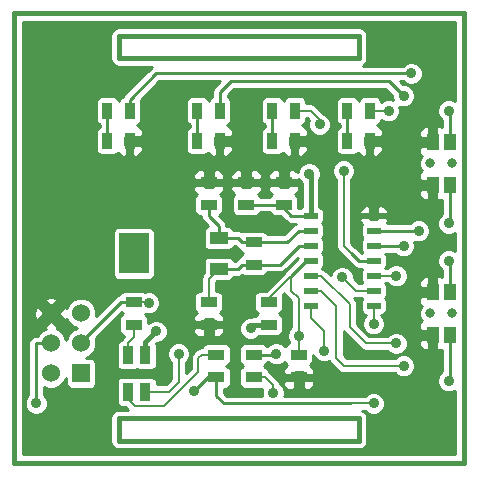
<source format=gtl>
G04 (created by PCBNEW-RS274X (2011-nov-30)-testing) date Sat 15 Sep 2012 11:31:33 AM EDT*
%MOIN*%
G04 Gerber Fmt 3.4, Leading zero omitted, Abs format*
%FSLAX34Y34*%
G01*
G70*
G90*
G04 APERTURE LIST*
%ADD10C,0.006*%
%ADD11C,0.015*%
%ADD12R,0.055X0.035*%
%ADD13R,0.0591X0.0394*%
%ADD14R,0.0984X0.1339*%
%ADD15C,0.0315*%
%ADD16R,0.0413X0.0551*%
%ADD17R,0.045X0.02*%
%ADD18R,0.035X0.055*%
%ADD19R,0.06X0.06*%
%ADD20C,0.06*%
%ADD21R,0.035X0.059*%
%ADD22C,0.035*%
%ADD23C,0.008*%
%ADD24C,0.01*%
G04 APERTURE END LIST*
G54D10*
G54D11*
X79500Y-62500D02*
X87500Y-62500D01*
X87500Y-62500D02*
X87500Y-63250D01*
X87500Y-63250D02*
X79500Y-63250D01*
X79500Y-63250D02*
X79500Y-62500D01*
X79500Y-50500D02*
X79500Y-49750D01*
X87500Y-50500D02*
X79500Y-50500D01*
X87500Y-49750D02*
X87500Y-50500D01*
X79500Y-49750D02*
X87500Y-49750D01*
X91000Y-64000D02*
X91000Y-49000D01*
X76000Y-64000D02*
X91000Y-64000D01*
X76000Y-49000D02*
X76000Y-64000D01*
X76000Y-64000D02*
X76000Y-49000D01*
X76000Y-49000D02*
X91000Y-49000D01*
G54D12*
X84000Y-57375D03*
X84000Y-56625D03*
X84500Y-58625D03*
X84500Y-59375D03*
X85000Y-55375D03*
X85000Y-54625D03*
X83750Y-55375D03*
X83750Y-54625D03*
X82500Y-55375D03*
X82500Y-54625D03*
G54D13*
X82835Y-57512D03*
X82835Y-56488D03*
G54D14*
X80000Y-57000D03*
G54D15*
X90604Y-59000D03*
G54D16*
X89965Y-58291D03*
X90535Y-59709D03*
X90535Y-58291D03*
X89965Y-59709D03*
G54D15*
X89896Y-59000D03*
X90604Y-54000D03*
G54D16*
X89965Y-53291D03*
X90535Y-54709D03*
X90535Y-53291D03*
X89965Y-54709D03*
G54D15*
X89896Y-54000D03*
G54D17*
X85900Y-55750D03*
X85900Y-56250D03*
X85900Y-56750D03*
X85900Y-57250D03*
X85900Y-57750D03*
X85900Y-58250D03*
X85900Y-58750D03*
X88000Y-58750D03*
X88000Y-58250D03*
X88000Y-57750D03*
X88000Y-57250D03*
X88000Y-56750D03*
X88000Y-56250D03*
X88000Y-55750D03*
G54D18*
X79875Y-53250D03*
X79125Y-53250D03*
G54D12*
X85500Y-60375D03*
X85500Y-61125D03*
G54D18*
X87875Y-53250D03*
X87125Y-53250D03*
X85375Y-53250D03*
X84625Y-53250D03*
X82875Y-53250D03*
X82125Y-53250D03*
G54D12*
X84000Y-61125D03*
X84000Y-60375D03*
X82750Y-61125D03*
X82750Y-60375D03*
X80000Y-58625D03*
X80000Y-59375D03*
G54D18*
X79875Y-52250D03*
X79125Y-52250D03*
X82875Y-52250D03*
X82125Y-52250D03*
X85375Y-52250D03*
X84625Y-52250D03*
X87875Y-52250D03*
X87125Y-52250D03*
G54D12*
X82500Y-58625D03*
X82500Y-59375D03*
G54D19*
X78250Y-61000D03*
G54D20*
X77250Y-61000D03*
X78250Y-60000D03*
X77250Y-60000D03*
X78250Y-59000D03*
X77250Y-59000D03*
G54D21*
X80385Y-60390D03*
X79815Y-60390D03*
X79815Y-61610D03*
X80385Y-61611D03*
G54D22*
X85500Y-59750D03*
X87750Y-54250D03*
X83250Y-58250D03*
X79750Y-54500D03*
X89500Y-56250D03*
X89250Y-51000D03*
X89000Y-56750D03*
X89000Y-51750D03*
X86200Y-52700D03*
X87000Y-54250D03*
X88500Y-52250D03*
X88750Y-57750D03*
X86950Y-57800D03*
X80500Y-58650D03*
X88000Y-59350D03*
X88000Y-62000D03*
X82000Y-61600D03*
X86350Y-60250D03*
X84650Y-61650D03*
X76750Y-62000D03*
X81500Y-60350D03*
X84750Y-60350D03*
X88750Y-60000D03*
X90500Y-52250D03*
X90500Y-56000D03*
X89000Y-60750D03*
X90500Y-61250D03*
X90500Y-57250D03*
X80750Y-59600D03*
X83900Y-59500D03*
X85850Y-54350D03*
G54D23*
X85500Y-60375D02*
X85500Y-59750D01*
X84500Y-58625D02*
X84500Y-58500D01*
X84500Y-58500D02*
X85250Y-57750D01*
X85500Y-60375D02*
X85500Y-58500D01*
X85250Y-58250D02*
X85250Y-57750D01*
X85500Y-58500D02*
X85250Y-58250D01*
G54D24*
X85900Y-57250D02*
X85750Y-57250D01*
X85750Y-57250D02*
X85250Y-57750D01*
X87875Y-53250D02*
X87875Y-54125D01*
X87875Y-54125D02*
X87750Y-54250D01*
X79750Y-54500D02*
X79875Y-54375D01*
X79875Y-54375D02*
X79875Y-53250D01*
X88000Y-56250D02*
X89500Y-56250D01*
X79875Y-52250D02*
X79875Y-51875D01*
X79875Y-51875D02*
X80750Y-51000D01*
X80750Y-51000D02*
X89250Y-51000D01*
X82875Y-52250D02*
X82875Y-51625D01*
X89000Y-56750D02*
X88000Y-56750D01*
X88500Y-51250D02*
X89000Y-51750D01*
X83250Y-51250D02*
X88500Y-51250D01*
X82875Y-51625D02*
X83250Y-51250D01*
G54D23*
X86200Y-52700D02*
X86200Y-52550D01*
X85900Y-52250D02*
X85375Y-52250D01*
X86200Y-52550D02*
X85900Y-52250D01*
X87000Y-54250D02*
X87000Y-55250D01*
X87000Y-56750D02*
X87250Y-57000D01*
X87000Y-55250D02*
X87000Y-56750D01*
X87250Y-57000D02*
X87500Y-57250D01*
G54D24*
X88000Y-57250D02*
X87500Y-57250D01*
X87500Y-57250D02*
X87250Y-57000D01*
G54D23*
X88000Y-57750D02*
X88750Y-57750D01*
X88500Y-52250D02*
X87875Y-52250D01*
X87875Y-52250D02*
X88500Y-52250D01*
X80000Y-58625D02*
X80475Y-58625D01*
X87400Y-58250D02*
X88000Y-58250D01*
X86950Y-57800D02*
X87400Y-58250D01*
X80475Y-58625D02*
X80500Y-58650D01*
G54D24*
X78250Y-60000D02*
X78250Y-59950D01*
X79575Y-58625D02*
X80000Y-58625D01*
X78250Y-59950D02*
X79575Y-58625D01*
G54D23*
X87100Y-62000D02*
X88000Y-62000D01*
X88000Y-59350D02*
X88000Y-58750D01*
G54D24*
X82750Y-61125D02*
X82750Y-61750D01*
X83000Y-62000D02*
X87100Y-62000D01*
X87100Y-62000D02*
X87250Y-62000D01*
X82750Y-61750D02*
X83000Y-62000D01*
X82475Y-61125D02*
X82750Y-61125D01*
X82000Y-61600D02*
X82475Y-61125D01*
G54D23*
X86350Y-59600D02*
X86350Y-60250D01*
X85900Y-58750D02*
X85900Y-59150D01*
X85900Y-59150D02*
X86350Y-59600D01*
X86350Y-59600D02*
X85900Y-59150D01*
X84650Y-61650D02*
X84650Y-61400D01*
X84650Y-61400D02*
X84375Y-61125D01*
X84375Y-61125D02*
X84000Y-61125D01*
G54D24*
X76750Y-61750D02*
X76750Y-62000D01*
X76750Y-60000D02*
X76750Y-61750D01*
X77250Y-60000D02*
X76750Y-60000D01*
X87125Y-52250D02*
X87125Y-53250D01*
G54D23*
X80385Y-61611D02*
X81189Y-61611D01*
X81500Y-61300D02*
X81500Y-60350D01*
X81189Y-61611D02*
X81500Y-61300D01*
G54D24*
X84725Y-60375D02*
X84000Y-60375D01*
X84750Y-60350D02*
X84725Y-60375D01*
G54D23*
X79815Y-61610D02*
X79815Y-61865D01*
X82275Y-60375D02*
X82750Y-60375D01*
X82150Y-60500D02*
X82275Y-60375D01*
X82150Y-60950D02*
X82150Y-60500D01*
X81000Y-62100D02*
X82150Y-60950D01*
X80050Y-62100D02*
X81000Y-62100D01*
X79815Y-61865D02*
X80050Y-62100D01*
X79815Y-60390D02*
X79815Y-59985D01*
X80000Y-59800D02*
X80000Y-59375D01*
X79815Y-59985D02*
X80000Y-59800D01*
G54D24*
X79125Y-52250D02*
X79125Y-53250D01*
X82125Y-52250D02*
X82125Y-53250D01*
X84625Y-53250D02*
X84625Y-52250D01*
G54D23*
X82500Y-58625D02*
X82500Y-57847D01*
X82500Y-57847D02*
X82835Y-57512D01*
G54D24*
X82835Y-57512D02*
X83488Y-57512D01*
X83625Y-57375D02*
X84000Y-57375D01*
X83488Y-57512D02*
X83625Y-57375D01*
X84000Y-57375D02*
X84875Y-57375D01*
X85500Y-56750D02*
X85900Y-56750D01*
X84875Y-57375D02*
X85500Y-56750D01*
X82835Y-56488D02*
X82835Y-56085D01*
X82500Y-55750D02*
X82500Y-55375D01*
X82835Y-56085D02*
X82500Y-55750D01*
X82835Y-56488D02*
X83488Y-56488D01*
X83625Y-56625D02*
X84000Y-56625D01*
X83488Y-56488D02*
X83625Y-56625D01*
X85900Y-56250D02*
X85500Y-56250D01*
X85125Y-56625D02*
X84000Y-56625D01*
X85500Y-56250D02*
X85125Y-56625D01*
G54D23*
X85900Y-57750D02*
X86250Y-57750D01*
X86250Y-57750D02*
X87200Y-58700D01*
X87750Y-60000D02*
X88750Y-60000D01*
X87200Y-59450D02*
X87750Y-60000D01*
X87200Y-58700D02*
X87200Y-59450D01*
G54D24*
X90535Y-52285D02*
X90535Y-53291D01*
X90500Y-52250D02*
X90535Y-52285D01*
X90535Y-55965D02*
X90535Y-54709D01*
X90500Y-56000D02*
X90535Y-55965D01*
G54D23*
X85900Y-58250D02*
X86250Y-58250D01*
X86750Y-59750D02*
X86750Y-60500D01*
X86750Y-60500D02*
X87000Y-60750D01*
X87000Y-60750D02*
X89000Y-60750D01*
X86750Y-59750D02*
X86750Y-58800D01*
X86750Y-58750D02*
X86250Y-58250D01*
X86750Y-58800D02*
X86750Y-58750D01*
G54D24*
X90500Y-61250D02*
X90535Y-61215D01*
X90535Y-61215D02*
X90535Y-59709D01*
X90535Y-58291D02*
X90535Y-57285D01*
X90535Y-57285D02*
X90500Y-57250D01*
G54D11*
X80385Y-60390D02*
X80385Y-59965D01*
X80385Y-59965D02*
X80750Y-59600D01*
X84500Y-59375D02*
X84025Y-59375D01*
X84025Y-59375D02*
X83900Y-59500D01*
X85900Y-55750D02*
X85900Y-54400D01*
X85900Y-54400D02*
X85850Y-54350D01*
G54D24*
X85000Y-55375D02*
X83750Y-55375D01*
X85000Y-55375D02*
X85000Y-55500D01*
X85000Y-55500D02*
X85250Y-55750D01*
X85250Y-55750D02*
X85900Y-55750D01*
G54D10*
G36*
X90700Y-63700D02*
X89862Y-63700D01*
X89862Y-60172D01*
X89862Y-59846D01*
X89571Y-59846D01*
X89509Y-59908D01*
X89510Y-60033D01*
X89548Y-60125D01*
X89618Y-60195D01*
X89709Y-60233D01*
X89801Y-60233D01*
X89862Y-60172D01*
X89862Y-63700D01*
X76300Y-63700D01*
X76300Y-49300D01*
X90700Y-49300D01*
X90700Y-51916D01*
X90577Y-51865D01*
X90424Y-51865D01*
X90282Y-51923D01*
X90174Y-52032D01*
X90115Y-52173D01*
X90115Y-52326D01*
X90173Y-52468D01*
X90275Y-52569D01*
X90275Y-52789D01*
X90221Y-52767D01*
X90129Y-52767D01*
X90068Y-52828D01*
X90068Y-53154D01*
X90119Y-53154D01*
X90119Y-53428D01*
X90068Y-53428D01*
X90068Y-53491D01*
X89862Y-53491D01*
X89862Y-53428D01*
X89862Y-53154D01*
X89862Y-52828D01*
X89801Y-52767D01*
X89709Y-52767D01*
X89635Y-52797D01*
X89635Y-51077D01*
X89635Y-50924D01*
X89577Y-50782D01*
X89468Y-50674D01*
X89327Y-50615D01*
X89174Y-50615D01*
X89032Y-50673D01*
X88965Y-50740D01*
X87644Y-50740D01*
X87702Y-50702D01*
X87763Y-50609D01*
X87785Y-50500D01*
X87785Y-49750D01*
X87763Y-49641D01*
X87702Y-49548D01*
X87609Y-49487D01*
X87500Y-49465D01*
X79500Y-49465D01*
X79391Y-49487D01*
X79298Y-49548D01*
X79237Y-49641D01*
X79215Y-49750D01*
X79215Y-50500D01*
X79237Y-50609D01*
X79298Y-50702D01*
X79391Y-50763D01*
X79500Y-50785D01*
X80613Y-50785D01*
X80566Y-50816D01*
X79691Y-51691D01*
X79635Y-51774D01*
X79581Y-51797D01*
X79522Y-51856D01*
X79500Y-51908D01*
X79478Y-51856D01*
X79419Y-51797D01*
X79342Y-51765D01*
X79258Y-51765D01*
X78908Y-51765D01*
X78831Y-51797D01*
X78772Y-51856D01*
X78740Y-51933D01*
X78740Y-52017D01*
X78740Y-52567D01*
X78772Y-52644D01*
X78831Y-52703D01*
X78865Y-52717D01*
X78865Y-52782D01*
X78831Y-52797D01*
X78772Y-52856D01*
X78740Y-52933D01*
X78740Y-53017D01*
X78740Y-53567D01*
X78772Y-53644D01*
X78831Y-53703D01*
X78908Y-53735D01*
X78992Y-53735D01*
X79342Y-53735D01*
X79419Y-53703D01*
X79478Y-53644D01*
X79478Y-53641D01*
X79489Y-53666D01*
X79559Y-53736D01*
X79651Y-53774D01*
X79726Y-53775D01*
X79788Y-53713D01*
X79788Y-53387D01*
X79700Y-53387D01*
X79700Y-53113D01*
X79788Y-53113D01*
X79788Y-53050D01*
X79962Y-53050D01*
X79962Y-53113D01*
X80238Y-53113D01*
X80300Y-53051D01*
X80299Y-53024D01*
X80299Y-52925D01*
X80261Y-52834D01*
X80191Y-52764D01*
X80125Y-52736D01*
X80125Y-52725D01*
X80115Y-52725D01*
X80169Y-52703D01*
X80228Y-52644D01*
X80260Y-52567D01*
X80260Y-52483D01*
X80260Y-51933D01*
X80237Y-51880D01*
X80858Y-51260D01*
X82872Y-51260D01*
X82691Y-51441D01*
X82635Y-51525D01*
X82615Y-51625D01*
X82615Y-51782D01*
X82581Y-51797D01*
X82522Y-51856D01*
X82500Y-51908D01*
X82478Y-51856D01*
X82419Y-51797D01*
X82342Y-51765D01*
X82258Y-51765D01*
X81908Y-51765D01*
X81831Y-51797D01*
X81772Y-51856D01*
X81740Y-51933D01*
X81740Y-52017D01*
X81740Y-52567D01*
X81772Y-52644D01*
X81831Y-52703D01*
X81865Y-52717D01*
X81865Y-52782D01*
X81831Y-52797D01*
X81772Y-52856D01*
X81740Y-52933D01*
X81740Y-53017D01*
X81740Y-53567D01*
X81772Y-53644D01*
X81831Y-53703D01*
X81908Y-53735D01*
X81992Y-53735D01*
X82342Y-53735D01*
X82419Y-53703D01*
X82478Y-53644D01*
X82478Y-53641D01*
X82489Y-53666D01*
X82559Y-53736D01*
X82651Y-53774D01*
X82726Y-53775D01*
X82788Y-53713D01*
X82788Y-53387D01*
X82700Y-53387D01*
X82700Y-53113D01*
X82788Y-53113D01*
X82788Y-53050D01*
X82962Y-53050D01*
X82962Y-53113D01*
X83238Y-53113D01*
X83300Y-53051D01*
X83299Y-53024D01*
X83299Y-52925D01*
X83261Y-52834D01*
X83191Y-52764D01*
X83125Y-52736D01*
X83125Y-52725D01*
X83115Y-52725D01*
X83169Y-52703D01*
X83228Y-52644D01*
X83260Y-52567D01*
X83260Y-52483D01*
X83260Y-51933D01*
X83228Y-51856D01*
X83169Y-51797D01*
X83135Y-51782D01*
X83135Y-51733D01*
X83358Y-51510D01*
X88392Y-51510D01*
X88615Y-51733D01*
X88615Y-51826D01*
X88642Y-51892D01*
X88577Y-51865D01*
X88424Y-51865D01*
X88282Y-51923D01*
X88260Y-51945D01*
X88260Y-51933D01*
X88228Y-51856D01*
X88169Y-51797D01*
X88092Y-51765D01*
X88008Y-51765D01*
X87658Y-51765D01*
X87581Y-51797D01*
X87522Y-51856D01*
X87500Y-51908D01*
X87478Y-51856D01*
X87419Y-51797D01*
X87342Y-51765D01*
X87258Y-51765D01*
X86908Y-51765D01*
X86831Y-51797D01*
X86772Y-51856D01*
X86740Y-51933D01*
X86740Y-52017D01*
X86740Y-52567D01*
X86772Y-52644D01*
X86831Y-52703D01*
X86865Y-52717D01*
X86865Y-52782D01*
X86831Y-52797D01*
X86772Y-52856D01*
X86740Y-52933D01*
X86740Y-53017D01*
X86740Y-53567D01*
X86772Y-53644D01*
X86831Y-53703D01*
X86908Y-53735D01*
X86992Y-53735D01*
X87342Y-53735D01*
X87419Y-53703D01*
X87478Y-53644D01*
X87478Y-53641D01*
X87489Y-53666D01*
X87559Y-53736D01*
X87651Y-53774D01*
X87726Y-53775D01*
X87788Y-53713D01*
X87788Y-53387D01*
X87700Y-53387D01*
X87700Y-53113D01*
X87788Y-53113D01*
X87788Y-53050D01*
X87962Y-53050D01*
X87962Y-53113D01*
X88238Y-53113D01*
X88300Y-53051D01*
X88299Y-53024D01*
X88299Y-52925D01*
X88261Y-52834D01*
X88191Y-52764D01*
X88125Y-52736D01*
X88125Y-52725D01*
X88115Y-52725D01*
X88169Y-52703D01*
X88228Y-52644D01*
X88260Y-52567D01*
X88260Y-52554D01*
X88282Y-52576D01*
X88423Y-52635D01*
X88576Y-52635D01*
X88718Y-52577D01*
X88826Y-52468D01*
X88885Y-52327D01*
X88885Y-52174D01*
X88857Y-52107D01*
X88923Y-52135D01*
X89076Y-52135D01*
X89218Y-52077D01*
X89326Y-51968D01*
X89385Y-51827D01*
X89385Y-51674D01*
X89327Y-51532D01*
X89218Y-51424D01*
X89077Y-51365D01*
X88983Y-51365D01*
X88878Y-51260D01*
X88965Y-51260D01*
X89032Y-51326D01*
X89173Y-51385D01*
X89326Y-51385D01*
X89468Y-51327D01*
X89576Y-51218D01*
X89635Y-51077D01*
X89635Y-52797D01*
X89618Y-52805D01*
X89548Y-52875D01*
X89510Y-52967D01*
X89509Y-53092D01*
X89571Y-53154D01*
X89862Y-53154D01*
X89862Y-53428D01*
X89571Y-53428D01*
X89509Y-53490D01*
X89510Y-53615D01*
X89548Y-53707D01*
X89609Y-53768D01*
X89585Y-53792D01*
X89529Y-53927D01*
X89529Y-54073D01*
X89585Y-54208D01*
X89609Y-54232D01*
X89548Y-54293D01*
X89510Y-54385D01*
X89509Y-54510D01*
X89571Y-54572D01*
X89862Y-54572D01*
X89862Y-54509D01*
X90068Y-54509D01*
X90068Y-54572D01*
X90119Y-54572D01*
X90119Y-54846D01*
X90068Y-54846D01*
X90068Y-55172D01*
X90129Y-55233D01*
X90221Y-55233D01*
X90275Y-55210D01*
X90275Y-55680D01*
X90174Y-55782D01*
X90115Y-55923D01*
X90115Y-56076D01*
X90173Y-56218D01*
X90282Y-56326D01*
X90423Y-56385D01*
X90576Y-56385D01*
X90700Y-56334D01*
X90700Y-56916D01*
X90577Y-56865D01*
X90424Y-56865D01*
X90282Y-56923D01*
X90174Y-57032D01*
X90115Y-57173D01*
X90115Y-57326D01*
X90173Y-57468D01*
X90275Y-57569D01*
X90275Y-57789D01*
X90221Y-57767D01*
X90129Y-57767D01*
X90068Y-57828D01*
X90068Y-58154D01*
X90119Y-58154D01*
X90119Y-58428D01*
X90068Y-58428D01*
X90068Y-58491D01*
X89885Y-58491D01*
X89885Y-56327D01*
X89885Y-56174D01*
X89862Y-56117D01*
X89862Y-55172D01*
X89862Y-54846D01*
X89571Y-54846D01*
X89509Y-54908D01*
X89510Y-55033D01*
X89548Y-55125D01*
X89618Y-55195D01*
X89709Y-55233D01*
X89801Y-55233D01*
X89862Y-55172D01*
X89862Y-56117D01*
X89827Y-56032D01*
X89718Y-55924D01*
X89577Y-55865D01*
X89424Y-55865D01*
X89282Y-55923D01*
X89215Y-55990D01*
X88436Y-55990D01*
X88474Y-55899D01*
X88475Y-55862D01*
X88475Y-55638D01*
X88474Y-55601D01*
X88436Y-55509D01*
X88366Y-55439D01*
X88300Y-55411D01*
X88300Y-53449D01*
X88238Y-53387D01*
X87962Y-53387D01*
X87962Y-53713D01*
X88024Y-53775D01*
X88099Y-53774D01*
X88191Y-53736D01*
X88261Y-53666D01*
X88299Y-53575D01*
X88299Y-53476D01*
X88300Y-53449D01*
X88300Y-55411D01*
X88275Y-55401D01*
X88176Y-55401D01*
X88174Y-55400D01*
X88112Y-55462D01*
X88112Y-55700D01*
X88413Y-55700D01*
X88475Y-55638D01*
X88475Y-55862D01*
X88413Y-55800D01*
X88112Y-55800D01*
X88112Y-55850D01*
X87888Y-55850D01*
X87888Y-55800D01*
X87888Y-55700D01*
X87888Y-55462D01*
X87826Y-55400D01*
X87824Y-55401D01*
X87725Y-55401D01*
X87634Y-55439D01*
X87564Y-55509D01*
X87526Y-55601D01*
X87525Y-55638D01*
X87587Y-55700D01*
X87888Y-55700D01*
X87888Y-55800D01*
X87587Y-55800D01*
X87525Y-55862D01*
X87526Y-55899D01*
X87564Y-55991D01*
X87600Y-56027D01*
X87597Y-56031D01*
X87565Y-56108D01*
X87565Y-56192D01*
X87565Y-56392D01*
X87597Y-56469D01*
X87628Y-56500D01*
X87597Y-56531D01*
X87565Y-56608D01*
X87565Y-56692D01*
X87565Y-56892D01*
X87597Y-56969D01*
X87618Y-56990D01*
X87607Y-56990D01*
X87434Y-56816D01*
X87389Y-56786D01*
X87250Y-56646D01*
X87250Y-55250D01*
X87250Y-54544D01*
X87326Y-54468D01*
X87385Y-54327D01*
X87385Y-54174D01*
X87327Y-54032D01*
X87218Y-53924D01*
X87077Y-53865D01*
X86924Y-53865D01*
X86782Y-53923D01*
X86674Y-54032D01*
X86615Y-54173D01*
X86615Y-54326D01*
X86673Y-54468D01*
X86750Y-54544D01*
X86750Y-55250D01*
X86750Y-56750D01*
X86769Y-56846D01*
X86823Y-56927D01*
X87036Y-57139D01*
X87066Y-57184D01*
X87314Y-57431D01*
X87316Y-57434D01*
X87400Y-57489D01*
X87401Y-57490D01*
X87500Y-57510D01*
X87618Y-57510D01*
X87597Y-57531D01*
X87565Y-57608D01*
X87565Y-57692D01*
X87565Y-57892D01*
X87597Y-57969D01*
X87628Y-58000D01*
X87503Y-58000D01*
X87335Y-57831D01*
X87335Y-57724D01*
X87277Y-57582D01*
X87168Y-57474D01*
X87027Y-57415D01*
X86874Y-57415D01*
X86732Y-57473D01*
X86624Y-57582D01*
X86585Y-57673D01*
X86585Y-52777D01*
X86585Y-52624D01*
X86527Y-52482D01*
X86418Y-52374D01*
X86349Y-52345D01*
X86077Y-52073D01*
X85996Y-52019D01*
X85900Y-52000D01*
X85760Y-52000D01*
X85760Y-51933D01*
X85728Y-51856D01*
X85669Y-51797D01*
X85592Y-51765D01*
X85508Y-51765D01*
X85158Y-51765D01*
X85081Y-51797D01*
X85022Y-51856D01*
X85000Y-51908D01*
X84978Y-51856D01*
X84919Y-51797D01*
X84842Y-51765D01*
X84758Y-51765D01*
X84408Y-51765D01*
X84331Y-51797D01*
X84272Y-51856D01*
X84240Y-51933D01*
X84240Y-52017D01*
X84240Y-52567D01*
X84272Y-52644D01*
X84331Y-52703D01*
X84365Y-52717D01*
X84365Y-52782D01*
X84331Y-52797D01*
X84272Y-52856D01*
X84240Y-52933D01*
X84240Y-53017D01*
X84240Y-53567D01*
X84272Y-53644D01*
X84331Y-53703D01*
X84408Y-53735D01*
X84492Y-53735D01*
X84842Y-53735D01*
X84919Y-53703D01*
X84978Y-53644D01*
X84978Y-53641D01*
X84989Y-53666D01*
X85059Y-53736D01*
X85151Y-53774D01*
X85226Y-53775D01*
X85288Y-53713D01*
X85288Y-53387D01*
X85200Y-53387D01*
X85200Y-53113D01*
X85288Y-53113D01*
X85288Y-53050D01*
X85462Y-53050D01*
X85462Y-53113D01*
X85738Y-53113D01*
X85800Y-53051D01*
X85799Y-53024D01*
X85799Y-52925D01*
X85761Y-52834D01*
X85691Y-52764D01*
X85625Y-52736D01*
X85625Y-52725D01*
X85615Y-52725D01*
X85669Y-52703D01*
X85728Y-52644D01*
X85760Y-52567D01*
X85760Y-52500D01*
X85796Y-52500D01*
X85845Y-52549D01*
X85815Y-52623D01*
X85815Y-52776D01*
X85873Y-52918D01*
X85982Y-53026D01*
X86123Y-53085D01*
X86276Y-53085D01*
X86418Y-53027D01*
X86526Y-52918D01*
X86585Y-52777D01*
X86585Y-57673D01*
X86568Y-57714D01*
X86427Y-57573D01*
X86346Y-57519D01*
X86277Y-57505D01*
X86272Y-57500D01*
X86303Y-57469D01*
X86335Y-57392D01*
X86335Y-57308D01*
X86335Y-57108D01*
X86303Y-57031D01*
X86272Y-57000D01*
X86303Y-56969D01*
X86335Y-56892D01*
X86335Y-56808D01*
X86335Y-56608D01*
X86303Y-56531D01*
X86272Y-56500D01*
X86303Y-56469D01*
X86335Y-56392D01*
X86335Y-56308D01*
X86335Y-56108D01*
X86303Y-56031D01*
X86272Y-56000D01*
X86303Y-55969D01*
X86335Y-55892D01*
X86335Y-55808D01*
X86335Y-55608D01*
X86303Y-55531D01*
X86244Y-55472D01*
X86185Y-55447D01*
X86185Y-54546D01*
X86235Y-54427D01*
X86235Y-54274D01*
X86177Y-54132D01*
X86068Y-54024D01*
X85927Y-53965D01*
X85800Y-53965D01*
X85800Y-53449D01*
X85738Y-53387D01*
X85462Y-53387D01*
X85462Y-53713D01*
X85524Y-53775D01*
X85599Y-53774D01*
X85691Y-53736D01*
X85761Y-53666D01*
X85799Y-53575D01*
X85799Y-53476D01*
X85800Y-53449D01*
X85800Y-53965D01*
X85774Y-53965D01*
X85632Y-54023D01*
X85524Y-54132D01*
X85465Y-54273D01*
X85465Y-54288D01*
X85416Y-54239D01*
X85325Y-54201D01*
X85226Y-54201D01*
X85199Y-54200D01*
X85137Y-54262D01*
X85137Y-54538D01*
X85463Y-54538D01*
X85496Y-54504D01*
X85523Y-54568D01*
X85615Y-54659D01*
X85615Y-55447D01*
X85556Y-55472D01*
X85538Y-55490D01*
X85485Y-55490D01*
X85485Y-55158D01*
X85453Y-55081D01*
X85394Y-55022D01*
X85391Y-55021D01*
X85416Y-55011D01*
X85486Y-54941D01*
X85524Y-54849D01*
X85525Y-54774D01*
X85463Y-54712D01*
X85137Y-54712D01*
X85137Y-54800D01*
X84863Y-54800D01*
X84863Y-54712D01*
X84863Y-54538D01*
X84863Y-54262D01*
X84801Y-54200D01*
X84774Y-54201D01*
X84675Y-54201D01*
X84584Y-54239D01*
X84514Y-54309D01*
X84476Y-54401D01*
X84475Y-54476D01*
X84537Y-54538D01*
X84863Y-54538D01*
X84863Y-54712D01*
X84537Y-54712D01*
X84475Y-54774D01*
X84476Y-54849D01*
X84514Y-54941D01*
X84584Y-55011D01*
X84608Y-55021D01*
X84606Y-55022D01*
X84547Y-55081D01*
X84532Y-55115D01*
X84217Y-55115D01*
X84203Y-55081D01*
X84144Y-55022D01*
X84141Y-55021D01*
X84166Y-55011D01*
X84236Y-54941D01*
X84274Y-54849D01*
X84275Y-54774D01*
X84275Y-54476D01*
X84274Y-54401D01*
X84236Y-54309D01*
X84166Y-54239D01*
X84075Y-54201D01*
X83976Y-54201D01*
X83949Y-54200D01*
X83887Y-54262D01*
X83887Y-54538D01*
X84213Y-54538D01*
X84275Y-54476D01*
X84275Y-54774D01*
X84213Y-54712D01*
X83887Y-54712D01*
X83887Y-54800D01*
X83613Y-54800D01*
X83613Y-54712D01*
X83613Y-54538D01*
X83613Y-54262D01*
X83551Y-54200D01*
X83524Y-54201D01*
X83425Y-54201D01*
X83334Y-54239D01*
X83300Y-54273D01*
X83300Y-53449D01*
X83238Y-53387D01*
X82962Y-53387D01*
X82962Y-53713D01*
X83024Y-53775D01*
X83099Y-53774D01*
X83191Y-53736D01*
X83261Y-53666D01*
X83299Y-53575D01*
X83299Y-53476D01*
X83300Y-53449D01*
X83300Y-54273D01*
X83264Y-54309D01*
X83226Y-54401D01*
X83225Y-54476D01*
X83287Y-54538D01*
X83613Y-54538D01*
X83613Y-54712D01*
X83287Y-54712D01*
X83225Y-54774D01*
X83226Y-54849D01*
X83264Y-54941D01*
X83334Y-55011D01*
X83358Y-55021D01*
X83356Y-55022D01*
X83297Y-55081D01*
X83265Y-55158D01*
X83265Y-55242D01*
X83265Y-55592D01*
X83297Y-55669D01*
X83356Y-55728D01*
X83433Y-55760D01*
X83517Y-55760D01*
X84067Y-55760D01*
X84144Y-55728D01*
X84203Y-55669D01*
X84217Y-55635D01*
X84532Y-55635D01*
X84547Y-55669D01*
X84606Y-55728D01*
X84683Y-55760D01*
X84767Y-55760D01*
X84892Y-55760D01*
X85064Y-55931D01*
X85066Y-55934D01*
X85150Y-55989D01*
X85151Y-55990D01*
X85250Y-56010D01*
X85401Y-56010D01*
X85316Y-56066D01*
X85017Y-56365D01*
X84467Y-56365D01*
X84453Y-56331D01*
X84394Y-56272D01*
X84317Y-56240D01*
X84233Y-56240D01*
X83683Y-56240D01*
X83617Y-56267D01*
X83616Y-56267D01*
X83588Y-56248D01*
X83488Y-56228D01*
X83331Y-56228D01*
X83308Y-56172D01*
X83249Y-56113D01*
X83172Y-56081D01*
X83094Y-56081D01*
X83090Y-56064D01*
X83075Y-55986D01*
X83074Y-55985D01*
X83019Y-55901D01*
X83016Y-55899D01*
X82859Y-55742D01*
X82894Y-55728D01*
X82953Y-55669D01*
X82985Y-55592D01*
X82985Y-55508D01*
X82985Y-55158D01*
X82953Y-55081D01*
X82894Y-55022D01*
X82891Y-55021D01*
X82916Y-55011D01*
X82986Y-54941D01*
X83024Y-54849D01*
X83025Y-54774D01*
X83025Y-54476D01*
X83024Y-54401D01*
X82986Y-54309D01*
X82916Y-54239D01*
X82825Y-54201D01*
X82726Y-54201D01*
X82699Y-54200D01*
X82637Y-54262D01*
X82637Y-54538D01*
X82963Y-54538D01*
X83025Y-54476D01*
X83025Y-54774D01*
X82963Y-54712D01*
X82637Y-54712D01*
X82637Y-54800D01*
X82363Y-54800D01*
X82363Y-54712D01*
X82363Y-54538D01*
X82363Y-54262D01*
X82301Y-54200D01*
X82274Y-54201D01*
X82175Y-54201D01*
X82084Y-54239D01*
X82014Y-54309D01*
X81976Y-54401D01*
X81975Y-54476D01*
X82037Y-54538D01*
X82363Y-54538D01*
X82363Y-54712D01*
X82037Y-54712D01*
X81975Y-54774D01*
X81976Y-54849D01*
X82014Y-54941D01*
X82084Y-55011D01*
X82108Y-55021D01*
X82106Y-55022D01*
X82047Y-55081D01*
X82015Y-55158D01*
X82015Y-55242D01*
X82015Y-55592D01*
X82047Y-55669D01*
X82106Y-55728D01*
X82183Y-55760D01*
X82242Y-55760D01*
X82260Y-55850D01*
X82316Y-55934D01*
X82473Y-56091D01*
X82421Y-56113D01*
X82362Y-56172D01*
X82330Y-56249D01*
X82330Y-56333D01*
X82330Y-56727D01*
X82362Y-56804D01*
X82421Y-56863D01*
X82498Y-56895D01*
X82582Y-56895D01*
X83172Y-56895D01*
X83249Y-56863D01*
X83308Y-56804D01*
X83331Y-56748D01*
X83380Y-56748D01*
X83439Y-56806D01*
X83441Y-56809D01*
X83523Y-56863D01*
X83524Y-56863D01*
X83547Y-56919D01*
X83606Y-56978D01*
X83658Y-57000D01*
X83606Y-57022D01*
X83547Y-57081D01*
X83524Y-57136D01*
X83523Y-57136D01*
X83441Y-57191D01*
X83439Y-57193D01*
X83380Y-57252D01*
X83331Y-57252D01*
X83308Y-57196D01*
X83249Y-57137D01*
X83172Y-57105D01*
X83088Y-57105D01*
X82498Y-57105D01*
X82421Y-57137D01*
X82362Y-57196D01*
X82330Y-57273D01*
X82330Y-57357D01*
X82330Y-57663D01*
X82323Y-57670D01*
X82269Y-57751D01*
X82250Y-57847D01*
X82250Y-58240D01*
X82183Y-58240D01*
X82106Y-58272D01*
X82047Y-58331D01*
X82015Y-58408D01*
X82015Y-58492D01*
X82015Y-58842D01*
X82047Y-58919D01*
X82106Y-58978D01*
X82084Y-58989D01*
X82014Y-59059D01*
X81976Y-59151D01*
X81975Y-59226D01*
X82037Y-59288D01*
X82363Y-59288D01*
X82363Y-59200D01*
X82637Y-59200D01*
X82637Y-59288D01*
X82963Y-59288D01*
X83025Y-59226D01*
X83024Y-59151D01*
X82986Y-59059D01*
X82916Y-58989D01*
X82891Y-58978D01*
X82894Y-58978D01*
X82953Y-58919D01*
X82985Y-58842D01*
X82985Y-58758D01*
X82985Y-58408D01*
X82953Y-58331D01*
X82894Y-58272D01*
X82817Y-58240D01*
X82750Y-58240D01*
X82750Y-57950D01*
X82781Y-57919D01*
X83172Y-57919D01*
X83249Y-57887D01*
X83308Y-57828D01*
X83331Y-57772D01*
X83488Y-57772D01*
X83587Y-57752D01*
X83588Y-57752D01*
X83616Y-57732D01*
X83617Y-57732D01*
X83683Y-57760D01*
X83767Y-57760D01*
X84317Y-57760D01*
X84394Y-57728D01*
X84453Y-57669D01*
X84467Y-57635D01*
X84875Y-57635D01*
X84974Y-57615D01*
X84975Y-57615D01*
X85059Y-57559D01*
X85465Y-57152D01*
X85465Y-57167D01*
X85066Y-57566D01*
X85036Y-57610D01*
X84406Y-58240D01*
X84183Y-58240D01*
X84106Y-58272D01*
X84047Y-58331D01*
X84015Y-58408D01*
X84015Y-58492D01*
X84015Y-58842D01*
X84047Y-58919D01*
X84106Y-58978D01*
X84158Y-59000D01*
X84106Y-59022D01*
X84047Y-59081D01*
X84043Y-59090D01*
X84025Y-59090D01*
X84024Y-59090D01*
X84005Y-59093D01*
X83916Y-59112D01*
X83911Y-59115D01*
X83824Y-59115D01*
X83682Y-59173D01*
X83574Y-59282D01*
X83515Y-59423D01*
X83515Y-59576D01*
X83573Y-59718D01*
X83682Y-59826D01*
X83823Y-59885D01*
X83976Y-59885D01*
X84118Y-59827D01*
X84183Y-59760D01*
X84184Y-59760D01*
X84267Y-59760D01*
X84817Y-59760D01*
X84894Y-59728D01*
X84953Y-59669D01*
X84985Y-59592D01*
X84985Y-59508D01*
X84985Y-59158D01*
X84953Y-59081D01*
X84894Y-59022D01*
X84841Y-59000D01*
X84894Y-58978D01*
X84953Y-58919D01*
X84985Y-58842D01*
X84985Y-58758D01*
X84985Y-58408D01*
X84973Y-58380D01*
X85017Y-58336D01*
X85019Y-58346D01*
X85073Y-58427D01*
X85250Y-58603D01*
X85250Y-59455D01*
X85174Y-59532D01*
X85115Y-59673D01*
X85115Y-59826D01*
X85173Y-59968D01*
X85195Y-59990D01*
X85183Y-59990D01*
X85106Y-60022D01*
X85047Y-60081D01*
X85040Y-60096D01*
X84968Y-60024D01*
X84827Y-59965D01*
X84674Y-59965D01*
X84532Y-60023D01*
X84459Y-60096D01*
X84453Y-60081D01*
X84394Y-60022D01*
X84317Y-59990D01*
X84233Y-59990D01*
X83683Y-59990D01*
X83606Y-60022D01*
X83547Y-60081D01*
X83515Y-60158D01*
X83515Y-60242D01*
X83515Y-60592D01*
X83547Y-60669D01*
X83606Y-60728D01*
X83658Y-60750D01*
X83606Y-60772D01*
X83547Y-60831D01*
X83515Y-60908D01*
X83515Y-60992D01*
X83515Y-61342D01*
X83547Y-61419D01*
X83606Y-61478D01*
X83683Y-61510D01*
X83767Y-61510D01*
X84291Y-61510D01*
X84265Y-61573D01*
X84265Y-61726D01*
X84270Y-61740D01*
X83107Y-61740D01*
X83010Y-61642D01*
X83010Y-61510D01*
X83067Y-61510D01*
X83144Y-61478D01*
X83203Y-61419D01*
X83235Y-61342D01*
X83235Y-61258D01*
X83235Y-60908D01*
X83203Y-60831D01*
X83144Y-60772D01*
X83091Y-60750D01*
X83144Y-60728D01*
X83203Y-60669D01*
X83235Y-60592D01*
X83235Y-60508D01*
X83235Y-60158D01*
X83203Y-60081D01*
X83144Y-60022D01*
X83067Y-59990D01*
X83025Y-59990D01*
X83025Y-59524D01*
X82963Y-59462D01*
X82637Y-59462D01*
X82637Y-59738D01*
X82699Y-59800D01*
X82726Y-59799D01*
X82825Y-59799D01*
X82916Y-59761D01*
X82986Y-59691D01*
X83024Y-59599D01*
X83025Y-59524D01*
X83025Y-59990D01*
X82983Y-59990D01*
X82433Y-59990D01*
X82363Y-60019D01*
X82363Y-59738D01*
X82363Y-59462D01*
X82037Y-59462D01*
X81975Y-59524D01*
X81976Y-59599D01*
X82014Y-59691D01*
X82084Y-59761D01*
X82175Y-59799D01*
X82274Y-59799D01*
X82301Y-59800D01*
X82363Y-59738D01*
X82363Y-60019D01*
X82356Y-60022D01*
X82297Y-60081D01*
X82278Y-60125D01*
X82275Y-60125D01*
X82274Y-60125D01*
X82179Y-60144D01*
X82098Y-60198D01*
X82096Y-60200D01*
X81973Y-60323D01*
X81919Y-60404D01*
X81900Y-60500D01*
X81900Y-60846D01*
X81750Y-60996D01*
X81750Y-60644D01*
X81826Y-60568D01*
X81885Y-60427D01*
X81885Y-60274D01*
X81827Y-60132D01*
X81718Y-60024D01*
X81577Y-59965D01*
X81424Y-59965D01*
X81282Y-60023D01*
X81174Y-60132D01*
X81135Y-60225D01*
X81135Y-59677D01*
X81135Y-59524D01*
X81077Y-59382D01*
X80968Y-59274D01*
X80827Y-59215D01*
X80674Y-59215D01*
X80532Y-59273D01*
X80485Y-59320D01*
X80485Y-59158D01*
X80453Y-59081D01*
X80395Y-59023D01*
X80423Y-59035D01*
X80576Y-59035D01*
X80718Y-58977D01*
X80826Y-58868D01*
X80885Y-58727D01*
X80885Y-58574D01*
X80827Y-58432D01*
X80718Y-58324D01*
X80702Y-58317D01*
X80702Y-57711D01*
X80702Y-57627D01*
X80702Y-56289D01*
X80670Y-56212D01*
X80611Y-56153D01*
X80534Y-56121D01*
X80450Y-56121D01*
X80300Y-56121D01*
X80300Y-53449D01*
X80238Y-53387D01*
X79962Y-53387D01*
X79962Y-53713D01*
X80024Y-53775D01*
X80099Y-53774D01*
X80191Y-53736D01*
X80261Y-53666D01*
X80299Y-53575D01*
X80299Y-53476D01*
X80300Y-53449D01*
X80300Y-56121D01*
X79466Y-56121D01*
X79389Y-56153D01*
X79330Y-56212D01*
X79298Y-56289D01*
X79298Y-56373D01*
X79298Y-57711D01*
X79330Y-57788D01*
X79389Y-57847D01*
X79466Y-57879D01*
X79550Y-57879D01*
X80534Y-57879D01*
X80611Y-57847D01*
X80670Y-57788D01*
X80702Y-57711D01*
X80702Y-58317D01*
X80577Y-58265D01*
X80424Y-58265D01*
X80397Y-58275D01*
X80394Y-58272D01*
X80317Y-58240D01*
X80233Y-58240D01*
X79683Y-58240D01*
X79606Y-58272D01*
X79547Y-58331D01*
X79529Y-58374D01*
X79528Y-58374D01*
X79476Y-58385D01*
X79391Y-58441D01*
X79389Y-58443D01*
X78759Y-59073D01*
X78759Y-58899D01*
X78682Y-58712D01*
X78538Y-58569D01*
X78351Y-58491D01*
X78149Y-58491D01*
X77962Y-58568D01*
X77819Y-58712D01*
X77776Y-58814D01*
X77774Y-58804D01*
X77691Y-58771D01*
X77479Y-58983D01*
X77479Y-58559D01*
X77446Y-58476D01*
X77230Y-58441D01*
X77054Y-58476D01*
X77021Y-58559D01*
X77250Y-58788D01*
X77479Y-58559D01*
X77479Y-58983D01*
X77462Y-59000D01*
X77691Y-59229D01*
X77774Y-59196D01*
X77775Y-59185D01*
X77818Y-59288D01*
X77962Y-59431D01*
X78127Y-59499D01*
X77962Y-59568D01*
X77819Y-59712D01*
X77750Y-59877D01*
X77682Y-59712D01*
X77538Y-59569D01*
X77435Y-59526D01*
X77446Y-59524D01*
X77479Y-59441D01*
X77250Y-59212D01*
X77038Y-59424D01*
X77038Y-59000D01*
X76809Y-58771D01*
X76726Y-58804D01*
X76691Y-59020D01*
X76726Y-59196D01*
X76809Y-59229D01*
X77038Y-59000D01*
X77038Y-59424D01*
X77021Y-59441D01*
X77054Y-59524D01*
X77064Y-59525D01*
X76962Y-59568D01*
X76819Y-59712D01*
X76807Y-59740D01*
X76750Y-59740D01*
X76651Y-59760D01*
X76566Y-59816D01*
X76510Y-59901D01*
X76490Y-60000D01*
X76490Y-61715D01*
X76424Y-61782D01*
X76365Y-61923D01*
X76365Y-62076D01*
X76423Y-62218D01*
X76532Y-62326D01*
X76673Y-62385D01*
X76826Y-62385D01*
X76968Y-62327D01*
X77076Y-62218D01*
X77135Y-62077D01*
X77135Y-61924D01*
X77077Y-61782D01*
X77010Y-61715D01*
X77010Y-61451D01*
X77149Y-61509D01*
X77351Y-61509D01*
X77538Y-61432D01*
X77681Y-61288D01*
X77740Y-61146D01*
X77740Y-61342D01*
X77772Y-61419D01*
X77831Y-61478D01*
X77908Y-61510D01*
X77992Y-61510D01*
X78592Y-61510D01*
X78669Y-61478D01*
X78728Y-61419D01*
X78760Y-61342D01*
X78760Y-61258D01*
X78760Y-60658D01*
X78728Y-60581D01*
X78669Y-60522D01*
X78592Y-60490D01*
X78508Y-60490D01*
X78397Y-60490D01*
X78538Y-60432D01*
X78681Y-60288D01*
X78759Y-60101D01*
X78759Y-59899D01*
X78732Y-59835D01*
X79597Y-58969D01*
X79606Y-58978D01*
X79658Y-59000D01*
X79606Y-59022D01*
X79547Y-59081D01*
X79515Y-59158D01*
X79515Y-59242D01*
X79515Y-59592D01*
X79547Y-59669D01*
X79606Y-59728D01*
X79683Y-59760D01*
X79686Y-59760D01*
X79638Y-59808D01*
X79584Y-59889D01*
X79583Y-59890D01*
X79521Y-59917D01*
X79462Y-59976D01*
X79430Y-60053D01*
X79430Y-60137D01*
X79430Y-60727D01*
X79462Y-60804D01*
X79521Y-60863D01*
X79598Y-60895D01*
X79682Y-60895D01*
X80032Y-60895D01*
X80100Y-60866D01*
X80168Y-60895D01*
X80252Y-60895D01*
X80602Y-60895D01*
X80679Y-60863D01*
X80738Y-60804D01*
X80770Y-60727D01*
X80770Y-60643D01*
X80770Y-60053D01*
X80749Y-60003D01*
X80768Y-59985D01*
X80826Y-59985D01*
X80968Y-59927D01*
X81076Y-59818D01*
X81135Y-59677D01*
X81135Y-60225D01*
X81115Y-60273D01*
X81115Y-60426D01*
X81173Y-60568D01*
X81250Y-60644D01*
X81250Y-61196D01*
X81085Y-61361D01*
X80770Y-61361D01*
X80770Y-61274D01*
X80738Y-61197D01*
X80679Y-61138D01*
X80602Y-61106D01*
X80518Y-61106D01*
X80168Y-61106D01*
X80101Y-61133D01*
X80032Y-61105D01*
X79948Y-61105D01*
X79598Y-61105D01*
X79521Y-61137D01*
X79462Y-61196D01*
X79430Y-61273D01*
X79430Y-61357D01*
X79430Y-61947D01*
X79462Y-62024D01*
X79521Y-62083D01*
X79598Y-62115D01*
X79682Y-62115D01*
X79711Y-62115D01*
X79811Y-62215D01*
X79500Y-62215D01*
X79391Y-62237D01*
X79298Y-62298D01*
X79237Y-62391D01*
X79215Y-62500D01*
X79215Y-63250D01*
X79237Y-63359D01*
X79298Y-63452D01*
X79391Y-63513D01*
X79500Y-63535D01*
X87500Y-63535D01*
X87609Y-63513D01*
X87702Y-63452D01*
X87763Y-63359D01*
X87785Y-63250D01*
X87785Y-62500D01*
X87763Y-62391D01*
X87702Y-62298D01*
X87628Y-62250D01*
X87705Y-62250D01*
X87782Y-62326D01*
X87923Y-62385D01*
X88076Y-62385D01*
X88218Y-62327D01*
X88326Y-62218D01*
X88385Y-62077D01*
X88385Y-61924D01*
X88327Y-61782D01*
X88218Y-61674D01*
X88077Y-61615D01*
X87924Y-61615D01*
X87782Y-61673D01*
X87705Y-61750D01*
X87299Y-61750D01*
X87250Y-61740D01*
X87100Y-61740D01*
X86025Y-61740D01*
X86025Y-61274D01*
X85963Y-61212D01*
X85637Y-61212D01*
X85637Y-61488D01*
X85699Y-61550D01*
X85726Y-61549D01*
X85825Y-61549D01*
X85916Y-61511D01*
X85986Y-61441D01*
X86024Y-61349D01*
X86025Y-61274D01*
X86025Y-61740D01*
X85363Y-61740D01*
X85363Y-61488D01*
X85363Y-61212D01*
X85037Y-61212D01*
X84975Y-61274D01*
X84976Y-61349D01*
X85014Y-61441D01*
X85084Y-61511D01*
X85175Y-61549D01*
X85274Y-61549D01*
X85301Y-61550D01*
X85363Y-61488D01*
X85363Y-61740D01*
X85029Y-61740D01*
X85035Y-61727D01*
X85035Y-61574D01*
X84977Y-61432D01*
X84889Y-61345D01*
X84889Y-61344D01*
X84881Y-61304D01*
X84827Y-61223D01*
X84824Y-61221D01*
X84552Y-60948D01*
X84482Y-60901D01*
X84453Y-60831D01*
X84394Y-60772D01*
X84341Y-60750D01*
X84394Y-60728D01*
X84453Y-60669D01*
X84467Y-60635D01*
X84490Y-60635D01*
X84532Y-60676D01*
X84673Y-60735D01*
X84826Y-60735D01*
X84968Y-60677D01*
X85025Y-60618D01*
X85047Y-60669D01*
X85106Y-60728D01*
X85084Y-60739D01*
X85014Y-60809D01*
X84976Y-60901D01*
X84975Y-60976D01*
X85037Y-61038D01*
X85363Y-61038D01*
X85363Y-60950D01*
X85637Y-60950D01*
X85637Y-61038D01*
X85963Y-61038D01*
X86025Y-60976D01*
X86024Y-60901D01*
X85986Y-60809D01*
X85916Y-60739D01*
X85891Y-60728D01*
X85894Y-60728D01*
X85953Y-60669D01*
X85985Y-60592D01*
X85985Y-60508D01*
X85985Y-60374D01*
X86023Y-60468D01*
X86132Y-60576D01*
X86273Y-60635D01*
X86426Y-60635D01*
X86519Y-60596D01*
X86573Y-60677D01*
X86821Y-60924D01*
X86823Y-60927D01*
X86904Y-60981D01*
X87000Y-61000D01*
X88705Y-61000D01*
X88782Y-61076D01*
X88923Y-61135D01*
X89076Y-61135D01*
X89218Y-61077D01*
X89326Y-60968D01*
X89385Y-60827D01*
X89385Y-60674D01*
X89327Y-60532D01*
X89218Y-60424D01*
X89077Y-60365D01*
X88924Y-60365D01*
X88782Y-60423D01*
X88705Y-60500D01*
X87103Y-60500D01*
X87000Y-60396D01*
X87000Y-59750D01*
X87000Y-59592D01*
X87023Y-59627D01*
X87571Y-60174D01*
X87573Y-60177D01*
X87654Y-60231D01*
X87749Y-60250D01*
X87749Y-60249D01*
X87750Y-60250D01*
X88455Y-60250D01*
X88532Y-60326D01*
X88673Y-60385D01*
X88826Y-60385D01*
X88968Y-60327D01*
X89076Y-60218D01*
X89135Y-60077D01*
X89135Y-59924D01*
X89077Y-59782D01*
X88968Y-59674D01*
X88827Y-59615D01*
X88674Y-59615D01*
X88532Y-59673D01*
X88455Y-59750D01*
X87853Y-59750D01*
X87450Y-59346D01*
X87450Y-58700D01*
X87431Y-58604D01*
X87377Y-58523D01*
X87374Y-58521D01*
X87341Y-58488D01*
X87400Y-58500D01*
X87628Y-58500D01*
X87597Y-58531D01*
X87565Y-58608D01*
X87565Y-58692D01*
X87565Y-58892D01*
X87597Y-58969D01*
X87656Y-59028D01*
X87733Y-59060D01*
X87745Y-59060D01*
X87674Y-59132D01*
X87615Y-59273D01*
X87615Y-59426D01*
X87673Y-59568D01*
X87782Y-59676D01*
X87923Y-59735D01*
X88076Y-59735D01*
X88218Y-59677D01*
X88326Y-59568D01*
X88385Y-59427D01*
X88385Y-59274D01*
X88327Y-59132D01*
X88254Y-59060D01*
X88267Y-59060D01*
X88344Y-59028D01*
X88403Y-58969D01*
X88435Y-58892D01*
X88435Y-58808D01*
X88435Y-58608D01*
X88403Y-58531D01*
X88372Y-58500D01*
X88403Y-58469D01*
X88435Y-58392D01*
X88435Y-58308D01*
X88435Y-58108D01*
X88403Y-58031D01*
X88372Y-58000D01*
X88455Y-58000D01*
X88532Y-58076D01*
X88673Y-58135D01*
X88826Y-58135D01*
X88968Y-58077D01*
X89076Y-57968D01*
X89135Y-57827D01*
X89135Y-57674D01*
X89077Y-57532D01*
X88968Y-57424D01*
X88827Y-57365D01*
X88674Y-57365D01*
X88532Y-57423D01*
X88455Y-57500D01*
X88372Y-57500D01*
X88403Y-57469D01*
X88435Y-57392D01*
X88435Y-57308D01*
X88435Y-57108D01*
X88403Y-57031D01*
X88382Y-57010D01*
X88715Y-57010D01*
X88782Y-57076D01*
X88923Y-57135D01*
X89076Y-57135D01*
X89218Y-57077D01*
X89326Y-56968D01*
X89385Y-56827D01*
X89385Y-56674D01*
X89357Y-56607D01*
X89423Y-56635D01*
X89576Y-56635D01*
X89718Y-56577D01*
X89826Y-56468D01*
X89885Y-56327D01*
X89885Y-58491D01*
X89862Y-58491D01*
X89862Y-58428D01*
X89862Y-58154D01*
X89862Y-57828D01*
X89801Y-57767D01*
X89709Y-57767D01*
X89618Y-57805D01*
X89548Y-57875D01*
X89510Y-57967D01*
X89509Y-58092D01*
X89571Y-58154D01*
X89862Y-58154D01*
X89862Y-58428D01*
X89571Y-58428D01*
X89509Y-58490D01*
X89510Y-58615D01*
X89548Y-58707D01*
X89609Y-58768D01*
X89585Y-58792D01*
X89529Y-58927D01*
X89529Y-59073D01*
X89585Y-59208D01*
X89609Y-59232D01*
X89548Y-59293D01*
X89510Y-59385D01*
X89509Y-59510D01*
X89571Y-59572D01*
X89862Y-59572D01*
X89862Y-59509D01*
X90068Y-59509D01*
X90068Y-59572D01*
X90119Y-59572D01*
X90119Y-59846D01*
X90068Y-59846D01*
X90068Y-60172D01*
X90129Y-60233D01*
X90221Y-60233D01*
X90275Y-60210D01*
X90275Y-60930D01*
X90174Y-61032D01*
X90115Y-61173D01*
X90115Y-61326D01*
X90173Y-61468D01*
X90282Y-61576D01*
X90423Y-61635D01*
X90576Y-61635D01*
X90700Y-61584D01*
X90700Y-63700D01*
X90700Y-63700D01*
G37*
G54D24*
X90700Y-63700D02*
X89862Y-63700D01*
X89862Y-60172D01*
X89862Y-59846D01*
X89571Y-59846D01*
X89509Y-59908D01*
X89510Y-60033D01*
X89548Y-60125D01*
X89618Y-60195D01*
X89709Y-60233D01*
X89801Y-60233D01*
X89862Y-60172D01*
X89862Y-63700D01*
X76300Y-63700D01*
X76300Y-49300D01*
X90700Y-49300D01*
X90700Y-51916D01*
X90577Y-51865D01*
X90424Y-51865D01*
X90282Y-51923D01*
X90174Y-52032D01*
X90115Y-52173D01*
X90115Y-52326D01*
X90173Y-52468D01*
X90275Y-52569D01*
X90275Y-52789D01*
X90221Y-52767D01*
X90129Y-52767D01*
X90068Y-52828D01*
X90068Y-53154D01*
X90119Y-53154D01*
X90119Y-53428D01*
X90068Y-53428D01*
X90068Y-53491D01*
X89862Y-53491D01*
X89862Y-53428D01*
X89862Y-53154D01*
X89862Y-52828D01*
X89801Y-52767D01*
X89709Y-52767D01*
X89635Y-52797D01*
X89635Y-51077D01*
X89635Y-50924D01*
X89577Y-50782D01*
X89468Y-50674D01*
X89327Y-50615D01*
X89174Y-50615D01*
X89032Y-50673D01*
X88965Y-50740D01*
X87644Y-50740D01*
X87702Y-50702D01*
X87763Y-50609D01*
X87785Y-50500D01*
X87785Y-49750D01*
X87763Y-49641D01*
X87702Y-49548D01*
X87609Y-49487D01*
X87500Y-49465D01*
X79500Y-49465D01*
X79391Y-49487D01*
X79298Y-49548D01*
X79237Y-49641D01*
X79215Y-49750D01*
X79215Y-50500D01*
X79237Y-50609D01*
X79298Y-50702D01*
X79391Y-50763D01*
X79500Y-50785D01*
X80613Y-50785D01*
X80566Y-50816D01*
X79691Y-51691D01*
X79635Y-51774D01*
X79581Y-51797D01*
X79522Y-51856D01*
X79500Y-51908D01*
X79478Y-51856D01*
X79419Y-51797D01*
X79342Y-51765D01*
X79258Y-51765D01*
X78908Y-51765D01*
X78831Y-51797D01*
X78772Y-51856D01*
X78740Y-51933D01*
X78740Y-52017D01*
X78740Y-52567D01*
X78772Y-52644D01*
X78831Y-52703D01*
X78865Y-52717D01*
X78865Y-52782D01*
X78831Y-52797D01*
X78772Y-52856D01*
X78740Y-52933D01*
X78740Y-53017D01*
X78740Y-53567D01*
X78772Y-53644D01*
X78831Y-53703D01*
X78908Y-53735D01*
X78992Y-53735D01*
X79342Y-53735D01*
X79419Y-53703D01*
X79478Y-53644D01*
X79478Y-53641D01*
X79489Y-53666D01*
X79559Y-53736D01*
X79651Y-53774D01*
X79726Y-53775D01*
X79788Y-53713D01*
X79788Y-53387D01*
X79700Y-53387D01*
X79700Y-53113D01*
X79788Y-53113D01*
X79788Y-53050D01*
X79962Y-53050D01*
X79962Y-53113D01*
X80238Y-53113D01*
X80300Y-53051D01*
X80299Y-53024D01*
X80299Y-52925D01*
X80261Y-52834D01*
X80191Y-52764D01*
X80125Y-52736D01*
X80125Y-52725D01*
X80115Y-52725D01*
X80169Y-52703D01*
X80228Y-52644D01*
X80260Y-52567D01*
X80260Y-52483D01*
X80260Y-51933D01*
X80237Y-51880D01*
X80858Y-51260D01*
X82872Y-51260D01*
X82691Y-51441D01*
X82635Y-51525D01*
X82615Y-51625D01*
X82615Y-51782D01*
X82581Y-51797D01*
X82522Y-51856D01*
X82500Y-51908D01*
X82478Y-51856D01*
X82419Y-51797D01*
X82342Y-51765D01*
X82258Y-51765D01*
X81908Y-51765D01*
X81831Y-51797D01*
X81772Y-51856D01*
X81740Y-51933D01*
X81740Y-52017D01*
X81740Y-52567D01*
X81772Y-52644D01*
X81831Y-52703D01*
X81865Y-52717D01*
X81865Y-52782D01*
X81831Y-52797D01*
X81772Y-52856D01*
X81740Y-52933D01*
X81740Y-53017D01*
X81740Y-53567D01*
X81772Y-53644D01*
X81831Y-53703D01*
X81908Y-53735D01*
X81992Y-53735D01*
X82342Y-53735D01*
X82419Y-53703D01*
X82478Y-53644D01*
X82478Y-53641D01*
X82489Y-53666D01*
X82559Y-53736D01*
X82651Y-53774D01*
X82726Y-53775D01*
X82788Y-53713D01*
X82788Y-53387D01*
X82700Y-53387D01*
X82700Y-53113D01*
X82788Y-53113D01*
X82788Y-53050D01*
X82962Y-53050D01*
X82962Y-53113D01*
X83238Y-53113D01*
X83300Y-53051D01*
X83299Y-53024D01*
X83299Y-52925D01*
X83261Y-52834D01*
X83191Y-52764D01*
X83125Y-52736D01*
X83125Y-52725D01*
X83115Y-52725D01*
X83169Y-52703D01*
X83228Y-52644D01*
X83260Y-52567D01*
X83260Y-52483D01*
X83260Y-51933D01*
X83228Y-51856D01*
X83169Y-51797D01*
X83135Y-51782D01*
X83135Y-51733D01*
X83358Y-51510D01*
X88392Y-51510D01*
X88615Y-51733D01*
X88615Y-51826D01*
X88642Y-51892D01*
X88577Y-51865D01*
X88424Y-51865D01*
X88282Y-51923D01*
X88260Y-51945D01*
X88260Y-51933D01*
X88228Y-51856D01*
X88169Y-51797D01*
X88092Y-51765D01*
X88008Y-51765D01*
X87658Y-51765D01*
X87581Y-51797D01*
X87522Y-51856D01*
X87500Y-51908D01*
X87478Y-51856D01*
X87419Y-51797D01*
X87342Y-51765D01*
X87258Y-51765D01*
X86908Y-51765D01*
X86831Y-51797D01*
X86772Y-51856D01*
X86740Y-51933D01*
X86740Y-52017D01*
X86740Y-52567D01*
X86772Y-52644D01*
X86831Y-52703D01*
X86865Y-52717D01*
X86865Y-52782D01*
X86831Y-52797D01*
X86772Y-52856D01*
X86740Y-52933D01*
X86740Y-53017D01*
X86740Y-53567D01*
X86772Y-53644D01*
X86831Y-53703D01*
X86908Y-53735D01*
X86992Y-53735D01*
X87342Y-53735D01*
X87419Y-53703D01*
X87478Y-53644D01*
X87478Y-53641D01*
X87489Y-53666D01*
X87559Y-53736D01*
X87651Y-53774D01*
X87726Y-53775D01*
X87788Y-53713D01*
X87788Y-53387D01*
X87700Y-53387D01*
X87700Y-53113D01*
X87788Y-53113D01*
X87788Y-53050D01*
X87962Y-53050D01*
X87962Y-53113D01*
X88238Y-53113D01*
X88300Y-53051D01*
X88299Y-53024D01*
X88299Y-52925D01*
X88261Y-52834D01*
X88191Y-52764D01*
X88125Y-52736D01*
X88125Y-52725D01*
X88115Y-52725D01*
X88169Y-52703D01*
X88228Y-52644D01*
X88260Y-52567D01*
X88260Y-52554D01*
X88282Y-52576D01*
X88423Y-52635D01*
X88576Y-52635D01*
X88718Y-52577D01*
X88826Y-52468D01*
X88885Y-52327D01*
X88885Y-52174D01*
X88857Y-52107D01*
X88923Y-52135D01*
X89076Y-52135D01*
X89218Y-52077D01*
X89326Y-51968D01*
X89385Y-51827D01*
X89385Y-51674D01*
X89327Y-51532D01*
X89218Y-51424D01*
X89077Y-51365D01*
X88983Y-51365D01*
X88878Y-51260D01*
X88965Y-51260D01*
X89032Y-51326D01*
X89173Y-51385D01*
X89326Y-51385D01*
X89468Y-51327D01*
X89576Y-51218D01*
X89635Y-51077D01*
X89635Y-52797D01*
X89618Y-52805D01*
X89548Y-52875D01*
X89510Y-52967D01*
X89509Y-53092D01*
X89571Y-53154D01*
X89862Y-53154D01*
X89862Y-53428D01*
X89571Y-53428D01*
X89509Y-53490D01*
X89510Y-53615D01*
X89548Y-53707D01*
X89609Y-53768D01*
X89585Y-53792D01*
X89529Y-53927D01*
X89529Y-54073D01*
X89585Y-54208D01*
X89609Y-54232D01*
X89548Y-54293D01*
X89510Y-54385D01*
X89509Y-54510D01*
X89571Y-54572D01*
X89862Y-54572D01*
X89862Y-54509D01*
X90068Y-54509D01*
X90068Y-54572D01*
X90119Y-54572D01*
X90119Y-54846D01*
X90068Y-54846D01*
X90068Y-55172D01*
X90129Y-55233D01*
X90221Y-55233D01*
X90275Y-55210D01*
X90275Y-55680D01*
X90174Y-55782D01*
X90115Y-55923D01*
X90115Y-56076D01*
X90173Y-56218D01*
X90282Y-56326D01*
X90423Y-56385D01*
X90576Y-56385D01*
X90700Y-56334D01*
X90700Y-56916D01*
X90577Y-56865D01*
X90424Y-56865D01*
X90282Y-56923D01*
X90174Y-57032D01*
X90115Y-57173D01*
X90115Y-57326D01*
X90173Y-57468D01*
X90275Y-57569D01*
X90275Y-57789D01*
X90221Y-57767D01*
X90129Y-57767D01*
X90068Y-57828D01*
X90068Y-58154D01*
X90119Y-58154D01*
X90119Y-58428D01*
X90068Y-58428D01*
X90068Y-58491D01*
X89885Y-58491D01*
X89885Y-56327D01*
X89885Y-56174D01*
X89862Y-56117D01*
X89862Y-55172D01*
X89862Y-54846D01*
X89571Y-54846D01*
X89509Y-54908D01*
X89510Y-55033D01*
X89548Y-55125D01*
X89618Y-55195D01*
X89709Y-55233D01*
X89801Y-55233D01*
X89862Y-55172D01*
X89862Y-56117D01*
X89827Y-56032D01*
X89718Y-55924D01*
X89577Y-55865D01*
X89424Y-55865D01*
X89282Y-55923D01*
X89215Y-55990D01*
X88436Y-55990D01*
X88474Y-55899D01*
X88475Y-55862D01*
X88475Y-55638D01*
X88474Y-55601D01*
X88436Y-55509D01*
X88366Y-55439D01*
X88300Y-55411D01*
X88300Y-53449D01*
X88238Y-53387D01*
X87962Y-53387D01*
X87962Y-53713D01*
X88024Y-53775D01*
X88099Y-53774D01*
X88191Y-53736D01*
X88261Y-53666D01*
X88299Y-53575D01*
X88299Y-53476D01*
X88300Y-53449D01*
X88300Y-55411D01*
X88275Y-55401D01*
X88176Y-55401D01*
X88174Y-55400D01*
X88112Y-55462D01*
X88112Y-55700D01*
X88413Y-55700D01*
X88475Y-55638D01*
X88475Y-55862D01*
X88413Y-55800D01*
X88112Y-55800D01*
X88112Y-55850D01*
X87888Y-55850D01*
X87888Y-55800D01*
X87888Y-55700D01*
X87888Y-55462D01*
X87826Y-55400D01*
X87824Y-55401D01*
X87725Y-55401D01*
X87634Y-55439D01*
X87564Y-55509D01*
X87526Y-55601D01*
X87525Y-55638D01*
X87587Y-55700D01*
X87888Y-55700D01*
X87888Y-55800D01*
X87587Y-55800D01*
X87525Y-55862D01*
X87526Y-55899D01*
X87564Y-55991D01*
X87600Y-56027D01*
X87597Y-56031D01*
X87565Y-56108D01*
X87565Y-56192D01*
X87565Y-56392D01*
X87597Y-56469D01*
X87628Y-56500D01*
X87597Y-56531D01*
X87565Y-56608D01*
X87565Y-56692D01*
X87565Y-56892D01*
X87597Y-56969D01*
X87618Y-56990D01*
X87607Y-56990D01*
X87434Y-56816D01*
X87389Y-56786D01*
X87250Y-56646D01*
X87250Y-55250D01*
X87250Y-54544D01*
X87326Y-54468D01*
X87385Y-54327D01*
X87385Y-54174D01*
X87327Y-54032D01*
X87218Y-53924D01*
X87077Y-53865D01*
X86924Y-53865D01*
X86782Y-53923D01*
X86674Y-54032D01*
X86615Y-54173D01*
X86615Y-54326D01*
X86673Y-54468D01*
X86750Y-54544D01*
X86750Y-55250D01*
X86750Y-56750D01*
X86769Y-56846D01*
X86823Y-56927D01*
X87036Y-57139D01*
X87066Y-57184D01*
X87314Y-57431D01*
X87316Y-57434D01*
X87400Y-57489D01*
X87401Y-57490D01*
X87500Y-57510D01*
X87618Y-57510D01*
X87597Y-57531D01*
X87565Y-57608D01*
X87565Y-57692D01*
X87565Y-57892D01*
X87597Y-57969D01*
X87628Y-58000D01*
X87503Y-58000D01*
X87335Y-57831D01*
X87335Y-57724D01*
X87277Y-57582D01*
X87168Y-57474D01*
X87027Y-57415D01*
X86874Y-57415D01*
X86732Y-57473D01*
X86624Y-57582D01*
X86585Y-57673D01*
X86585Y-52777D01*
X86585Y-52624D01*
X86527Y-52482D01*
X86418Y-52374D01*
X86349Y-52345D01*
X86077Y-52073D01*
X85996Y-52019D01*
X85900Y-52000D01*
X85760Y-52000D01*
X85760Y-51933D01*
X85728Y-51856D01*
X85669Y-51797D01*
X85592Y-51765D01*
X85508Y-51765D01*
X85158Y-51765D01*
X85081Y-51797D01*
X85022Y-51856D01*
X85000Y-51908D01*
X84978Y-51856D01*
X84919Y-51797D01*
X84842Y-51765D01*
X84758Y-51765D01*
X84408Y-51765D01*
X84331Y-51797D01*
X84272Y-51856D01*
X84240Y-51933D01*
X84240Y-52017D01*
X84240Y-52567D01*
X84272Y-52644D01*
X84331Y-52703D01*
X84365Y-52717D01*
X84365Y-52782D01*
X84331Y-52797D01*
X84272Y-52856D01*
X84240Y-52933D01*
X84240Y-53017D01*
X84240Y-53567D01*
X84272Y-53644D01*
X84331Y-53703D01*
X84408Y-53735D01*
X84492Y-53735D01*
X84842Y-53735D01*
X84919Y-53703D01*
X84978Y-53644D01*
X84978Y-53641D01*
X84989Y-53666D01*
X85059Y-53736D01*
X85151Y-53774D01*
X85226Y-53775D01*
X85288Y-53713D01*
X85288Y-53387D01*
X85200Y-53387D01*
X85200Y-53113D01*
X85288Y-53113D01*
X85288Y-53050D01*
X85462Y-53050D01*
X85462Y-53113D01*
X85738Y-53113D01*
X85800Y-53051D01*
X85799Y-53024D01*
X85799Y-52925D01*
X85761Y-52834D01*
X85691Y-52764D01*
X85625Y-52736D01*
X85625Y-52725D01*
X85615Y-52725D01*
X85669Y-52703D01*
X85728Y-52644D01*
X85760Y-52567D01*
X85760Y-52500D01*
X85796Y-52500D01*
X85845Y-52549D01*
X85815Y-52623D01*
X85815Y-52776D01*
X85873Y-52918D01*
X85982Y-53026D01*
X86123Y-53085D01*
X86276Y-53085D01*
X86418Y-53027D01*
X86526Y-52918D01*
X86585Y-52777D01*
X86585Y-57673D01*
X86568Y-57714D01*
X86427Y-57573D01*
X86346Y-57519D01*
X86277Y-57505D01*
X86272Y-57500D01*
X86303Y-57469D01*
X86335Y-57392D01*
X86335Y-57308D01*
X86335Y-57108D01*
X86303Y-57031D01*
X86272Y-57000D01*
X86303Y-56969D01*
X86335Y-56892D01*
X86335Y-56808D01*
X86335Y-56608D01*
X86303Y-56531D01*
X86272Y-56500D01*
X86303Y-56469D01*
X86335Y-56392D01*
X86335Y-56308D01*
X86335Y-56108D01*
X86303Y-56031D01*
X86272Y-56000D01*
X86303Y-55969D01*
X86335Y-55892D01*
X86335Y-55808D01*
X86335Y-55608D01*
X86303Y-55531D01*
X86244Y-55472D01*
X86185Y-55447D01*
X86185Y-54546D01*
X86235Y-54427D01*
X86235Y-54274D01*
X86177Y-54132D01*
X86068Y-54024D01*
X85927Y-53965D01*
X85800Y-53965D01*
X85800Y-53449D01*
X85738Y-53387D01*
X85462Y-53387D01*
X85462Y-53713D01*
X85524Y-53775D01*
X85599Y-53774D01*
X85691Y-53736D01*
X85761Y-53666D01*
X85799Y-53575D01*
X85799Y-53476D01*
X85800Y-53449D01*
X85800Y-53965D01*
X85774Y-53965D01*
X85632Y-54023D01*
X85524Y-54132D01*
X85465Y-54273D01*
X85465Y-54288D01*
X85416Y-54239D01*
X85325Y-54201D01*
X85226Y-54201D01*
X85199Y-54200D01*
X85137Y-54262D01*
X85137Y-54538D01*
X85463Y-54538D01*
X85496Y-54504D01*
X85523Y-54568D01*
X85615Y-54659D01*
X85615Y-55447D01*
X85556Y-55472D01*
X85538Y-55490D01*
X85485Y-55490D01*
X85485Y-55158D01*
X85453Y-55081D01*
X85394Y-55022D01*
X85391Y-55021D01*
X85416Y-55011D01*
X85486Y-54941D01*
X85524Y-54849D01*
X85525Y-54774D01*
X85463Y-54712D01*
X85137Y-54712D01*
X85137Y-54800D01*
X84863Y-54800D01*
X84863Y-54712D01*
X84863Y-54538D01*
X84863Y-54262D01*
X84801Y-54200D01*
X84774Y-54201D01*
X84675Y-54201D01*
X84584Y-54239D01*
X84514Y-54309D01*
X84476Y-54401D01*
X84475Y-54476D01*
X84537Y-54538D01*
X84863Y-54538D01*
X84863Y-54712D01*
X84537Y-54712D01*
X84475Y-54774D01*
X84476Y-54849D01*
X84514Y-54941D01*
X84584Y-55011D01*
X84608Y-55021D01*
X84606Y-55022D01*
X84547Y-55081D01*
X84532Y-55115D01*
X84217Y-55115D01*
X84203Y-55081D01*
X84144Y-55022D01*
X84141Y-55021D01*
X84166Y-55011D01*
X84236Y-54941D01*
X84274Y-54849D01*
X84275Y-54774D01*
X84275Y-54476D01*
X84274Y-54401D01*
X84236Y-54309D01*
X84166Y-54239D01*
X84075Y-54201D01*
X83976Y-54201D01*
X83949Y-54200D01*
X83887Y-54262D01*
X83887Y-54538D01*
X84213Y-54538D01*
X84275Y-54476D01*
X84275Y-54774D01*
X84213Y-54712D01*
X83887Y-54712D01*
X83887Y-54800D01*
X83613Y-54800D01*
X83613Y-54712D01*
X83613Y-54538D01*
X83613Y-54262D01*
X83551Y-54200D01*
X83524Y-54201D01*
X83425Y-54201D01*
X83334Y-54239D01*
X83300Y-54273D01*
X83300Y-53449D01*
X83238Y-53387D01*
X82962Y-53387D01*
X82962Y-53713D01*
X83024Y-53775D01*
X83099Y-53774D01*
X83191Y-53736D01*
X83261Y-53666D01*
X83299Y-53575D01*
X83299Y-53476D01*
X83300Y-53449D01*
X83300Y-54273D01*
X83264Y-54309D01*
X83226Y-54401D01*
X83225Y-54476D01*
X83287Y-54538D01*
X83613Y-54538D01*
X83613Y-54712D01*
X83287Y-54712D01*
X83225Y-54774D01*
X83226Y-54849D01*
X83264Y-54941D01*
X83334Y-55011D01*
X83358Y-55021D01*
X83356Y-55022D01*
X83297Y-55081D01*
X83265Y-55158D01*
X83265Y-55242D01*
X83265Y-55592D01*
X83297Y-55669D01*
X83356Y-55728D01*
X83433Y-55760D01*
X83517Y-55760D01*
X84067Y-55760D01*
X84144Y-55728D01*
X84203Y-55669D01*
X84217Y-55635D01*
X84532Y-55635D01*
X84547Y-55669D01*
X84606Y-55728D01*
X84683Y-55760D01*
X84767Y-55760D01*
X84892Y-55760D01*
X85064Y-55931D01*
X85066Y-55934D01*
X85150Y-55989D01*
X85151Y-55990D01*
X85250Y-56010D01*
X85401Y-56010D01*
X85316Y-56066D01*
X85017Y-56365D01*
X84467Y-56365D01*
X84453Y-56331D01*
X84394Y-56272D01*
X84317Y-56240D01*
X84233Y-56240D01*
X83683Y-56240D01*
X83617Y-56267D01*
X83616Y-56267D01*
X83588Y-56248D01*
X83488Y-56228D01*
X83331Y-56228D01*
X83308Y-56172D01*
X83249Y-56113D01*
X83172Y-56081D01*
X83094Y-56081D01*
X83090Y-56064D01*
X83075Y-55986D01*
X83074Y-55985D01*
X83019Y-55901D01*
X83016Y-55899D01*
X82859Y-55742D01*
X82894Y-55728D01*
X82953Y-55669D01*
X82985Y-55592D01*
X82985Y-55508D01*
X82985Y-55158D01*
X82953Y-55081D01*
X82894Y-55022D01*
X82891Y-55021D01*
X82916Y-55011D01*
X82986Y-54941D01*
X83024Y-54849D01*
X83025Y-54774D01*
X83025Y-54476D01*
X83024Y-54401D01*
X82986Y-54309D01*
X82916Y-54239D01*
X82825Y-54201D01*
X82726Y-54201D01*
X82699Y-54200D01*
X82637Y-54262D01*
X82637Y-54538D01*
X82963Y-54538D01*
X83025Y-54476D01*
X83025Y-54774D01*
X82963Y-54712D01*
X82637Y-54712D01*
X82637Y-54800D01*
X82363Y-54800D01*
X82363Y-54712D01*
X82363Y-54538D01*
X82363Y-54262D01*
X82301Y-54200D01*
X82274Y-54201D01*
X82175Y-54201D01*
X82084Y-54239D01*
X82014Y-54309D01*
X81976Y-54401D01*
X81975Y-54476D01*
X82037Y-54538D01*
X82363Y-54538D01*
X82363Y-54712D01*
X82037Y-54712D01*
X81975Y-54774D01*
X81976Y-54849D01*
X82014Y-54941D01*
X82084Y-55011D01*
X82108Y-55021D01*
X82106Y-55022D01*
X82047Y-55081D01*
X82015Y-55158D01*
X82015Y-55242D01*
X82015Y-55592D01*
X82047Y-55669D01*
X82106Y-55728D01*
X82183Y-55760D01*
X82242Y-55760D01*
X82260Y-55850D01*
X82316Y-55934D01*
X82473Y-56091D01*
X82421Y-56113D01*
X82362Y-56172D01*
X82330Y-56249D01*
X82330Y-56333D01*
X82330Y-56727D01*
X82362Y-56804D01*
X82421Y-56863D01*
X82498Y-56895D01*
X82582Y-56895D01*
X83172Y-56895D01*
X83249Y-56863D01*
X83308Y-56804D01*
X83331Y-56748D01*
X83380Y-56748D01*
X83439Y-56806D01*
X83441Y-56809D01*
X83523Y-56863D01*
X83524Y-56863D01*
X83547Y-56919D01*
X83606Y-56978D01*
X83658Y-57000D01*
X83606Y-57022D01*
X83547Y-57081D01*
X83524Y-57136D01*
X83523Y-57136D01*
X83441Y-57191D01*
X83439Y-57193D01*
X83380Y-57252D01*
X83331Y-57252D01*
X83308Y-57196D01*
X83249Y-57137D01*
X83172Y-57105D01*
X83088Y-57105D01*
X82498Y-57105D01*
X82421Y-57137D01*
X82362Y-57196D01*
X82330Y-57273D01*
X82330Y-57357D01*
X82330Y-57663D01*
X82323Y-57670D01*
X82269Y-57751D01*
X82250Y-57847D01*
X82250Y-58240D01*
X82183Y-58240D01*
X82106Y-58272D01*
X82047Y-58331D01*
X82015Y-58408D01*
X82015Y-58492D01*
X82015Y-58842D01*
X82047Y-58919D01*
X82106Y-58978D01*
X82084Y-58989D01*
X82014Y-59059D01*
X81976Y-59151D01*
X81975Y-59226D01*
X82037Y-59288D01*
X82363Y-59288D01*
X82363Y-59200D01*
X82637Y-59200D01*
X82637Y-59288D01*
X82963Y-59288D01*
X83025Y-59226D01*
X83024Y-59151D01*
X82986Y-59059D01*
X82916Y-58989D01*
X82891Y-58978D01*
X82894Y-58978D01*
X82953Y-58919D01*
X82985Y-58842D01*
X82985Y-58758D01*
X82985Y-58408D01*
X82953Y-58331D01*
X82894Y-58272D01*
X82817Y-58240D01*
X82750Y-58240D01*
X82750Y-57950D01*
X82781Y-57919D01*
X83172Y-57919D01*
X83249Y-57887D01*
X83308Y-57828D01*
X83331Y-57772D01*
X83488Y-57772D01*
X83587Y-57752D01*
X83588Y-57752D01*
X83616Y-57732D01*
X83617Y-57732D01*
X83683Y-57760D01*
X83767Y-57760D01*
X84317Y-57760D01*
X84394Y-57728D01*
X84453Y-57669D01*
X84467Y-57635D01*
X84875Y-57635D01*
X84974Y-57615D01*
X84975Y-57615D01*
X85059Y-57559D01*
X85465Y-57152D01*
X85465Y-57167D01*
X85066Y-57566D01*
X85036Y-57610D01*
X84406Y-58240D01*
X84183Y-58240D01*
X84106Y-58272D01*
X84047Y-58331D01*
X84015Y-58408D01*
X84015Y-58492D01*
X84015Y-58842D01*
X84047Y-58919D01*
X84106Y-58978D01*
X84158Y-59000D01*
X84106Y-59022D01*
X84047Y-59081D01*
X84043Y-59090D01*
X84025Y-59090D01*
X84024Y-59090D01*
X84005Y-59093D01*
X83916Y-59112D01*
X83911Y-59115D01*
X83824Y-59115D01*
X83682Y-59173D01*
X83574Y-59282D01*
X83515Y-59423D01*
X83515Y-59576D01*
X83573Y-59718D01*
X83682Y-59826D01*
X83823Y-59885D01*
X83976Y-59885D01*
X84118Y-59827D01*
X84183Y-59760D01*
X84184Y-59760D01*
X84267Y-59760D01*
X84817Y-59760D01*
X84894Y-59728D01*
X84953Y-59669D01*
X84985Y-59592D01*
X84985Y-59508D01*
X84985Y-59158D01*
X84953Y-59081D01*
X84894Y-59022D01*
X84841Y-59000D01*
X84894Y-58978D01*
X84953Y-58919D01*
X84985Y-58842D01*
X84985Y-58758D01*
X84985Y-58408D01*
X84973Y-58380D01*
X85017Y-58336D01*
X85019Y-58346D01*
X85073Y-58427D01*
X85250Y-58603D01*
X85250Y-59455D01*
X85174Y-59532D01*
X85115Y-59673D01*
X85115Y-59826D01*
X85173Y-59968D01*
X85195Y-59990D01*
X85183Y-59990D01*
X85106Y-60022D01*
X85047Y-60081D01*
X85040Y-60096D01*
X84968Y-60024D01*
X84827Y-59965D01*
X84674Y-59965D01*
X84532Y-60023D01*
X84459Y-60096D01*
X84453Y-60081D01*
X84394Y-60022D01*
X84317Y-59990D01*
X84233Y-59990D01*
X83683Y-59990D01*
X83606Y-60022D01*
X83547Y-60081D01*
X83515Y-60158D01*
X83515Y-60242D01*
X83515Y-60592D01*
X83547Y-60669D01*
X83606Y-60728D01*
X83658Y-60750D01*
X83606Y-60772D01*
X83547Y-60831D01*
X83515Y-60908D01*
X83515Y-60992D01*
X83515Y-61342D01*
X83547Y-61419D01*
X83606Y-61478D01*
X83683Y-61510D01*
X83767Y-61510D01*
X84291Y-61510D01*
X84265Y-61573D01*
X84265Y-61726D01*
X84270Y-61740D01*
X83107Y-61740D01*
X83010Y-61642D01*
X83010Y-61510D01*
X83067Y-61510D01*
X83144Y-61478D01*
X83203Y-61419D01*
X83235Y-61342D01*
X83235Y-61258D01*
X83235Y-60908D01*
X83203Y-60831D01*
X83144Y-60772D01*
X83091Y-60750D01*
X83144Y-60728D01*
X83203Y-60669D01*
X83235Y-60592D01*
X83235Y-60508D01*
X83235Y-60158D01*
X83203Y-60081D01*
X83144Y-60022D01*
X83067Y-59990D01*
X83025Y-59990D01*
X83025Y-59524D01*
X82963Y-59462D01*
X82637Y-59462D01*
X82637Y-59738D01*
X82699Y-59800D01*
X82726Y-59799D01*
X82825Y-59799D01*
X82916Y-59761D01*
X82986Y-59691D01*
X83024Y-59599D01*
X83025Y-59524D01*
X83025Y-59990D01*
X82983Y-59990D01*
X82433Y-59990D01*
X82363Y-60019D01*
X82363Y-59738D01*
X82363Y-59462D01*
X82037Y-59462D01*
X81975Y-59524D01*
X81976Y-59599D01*
X82014Y-59691D01*
X82084Y-59761D01*
X82175Y-59799D01*
X82274Y-59799D01*
X82301Y-59800D01*
X82363Y-59738D01*
X82363Y-60019D01*
X82356Y-60022D01*
X82297Y-60081D01*
X82278Y-60125D01*
X82275Y-60125D01*
X82274Y-60125D01*
X82179Y-60144D01*
X82098Y-60198D01*
X82096Y-60200D01*
X81973Y-60323D01*
X81919Y-60404D01*
X81900Y-60500D01*
X81900Y-60846D01*
X81750Y-60996D01*
X81750Y-60644D01*
X81826Y-60568D01*
X81885Y-60427D01*
X81885Y-60274D01*
X81827Y-60132D01*
X81718Y-60024D01*
X81577Y-59965D01*
X81424Y-59965D01*
X81282Y-60023D01*
X81174Y-60132D01*
X81135Y-60225D01*
X81135Y-59677D01*
X81135Y-59524D01*
X81077Y-59382D01*
X80968Y-59274D01*
X80827Y-59215D01*
X80674Y-59215D01*
X80532Y-59273D01*
X80485Y-59320D01*
X80485Y-59158D01*
X80453Y-59081D01*
X80395Y-59023D01*
X80423Y-59035D01*
X80576Y-59035D01*
X80718Y-58977D01*
X80826Y-58868D01*
X80885Y-58727D01*
X80885Y-58574D01*
X80827Y-58432D01*
X80718Y-58324D01*
X80702Y-58317D01*
X80702Y-57711D01*
X80702Y-57627D01*
X80702Y-56289D01*
X80670Y-56212D01*
X80611Y-56153D01*
X80534Y-56121D01*
X80450Y-56121D01*
X80300Y-56121D01*
X80300Y-53449D01*
X80238Y-53387D01*
X79962Y-53387D01*
X79962Y-53713D01*
X80024Y-53775D01*
X80099Y-53774D01*
X80191Y-53736D01*
X80261Y-53666D01*
X80299Y-53575D01*
X80299Y-53476D01*
X80300Y-53449D01*
X80300Y-56121D01*
X79466Y-56121D01*
X79389Y-56153D01*
X79330Y-56212D01*
X79298Y-56289D01*
X79298Y-56373D01*
X79298Y-57711D01*
X79330Y-57788D01*
X79389Y-57847D01*
X79466Y-57879D01*
X79550Y-57879D01*
X80534Y-57879D01*
X80611Y-57847D01*
X80670Y-57788D01*
X80702Y-57711D01*
X80702Y-58317D01*
X80577Y-58265D01*
X80424Y-58265D01*
X80397Y-58275D01*
X80394Y-58272D01*
X80317Y-58240D01*
X80233Y-58240D01*
X79683Y-58240D01*
X79606Y-58272D01*
X79547Y-58331D01*
X79529Y-58374D01*
X79528Y-58374D01*
X79476Y-58385D01*
X79391Y-58441D01*
X79389Y-58443D01*
X78759Y-59073D01*
X78759Y-58899D01*
X78682Y-58712D01*
X78538Y-58569D01*
X78351Y-58491D01*
X78149Y-58491D01*
X77962Y-58568D01*
X77819Y-58712D01*
X77776Y-58814D01*
X77774Y-58804D01*
X77691Y-58771D01*
X77479Y-58983D01*
X77479Y-58559D01*
X77446Y-58476D01*
X77230Y-58441D01*
X77054Y-58476D01*
X77021Y-58559D01*
X77250Y-58788D01*
X77479Y-58559D01*
X77479Y-58983D01*
X77462Y-59000D01*
X77691Y-59229D01*
X77774Y-59196D01*
X77775Y-59185D01*
X77818Y-59288D01*
X77962Y-59431D01*
X78127Y-59499D01*
X77962Y-59568D01*
X77819Y-59712D01*
X77750Y-59877D01*
X77682Y-59712D01*
X77538Y-59569D01*
X77435Y-59526D01*
X77446Y-59524D01*
X77479Y-59441D01*
X77250Y-59212D01*
X77038Y-59424D01*
X77038Y-59000D01*
X76809Y-58771D01*
X76726Y-58804D01*
X76691Y-59020D01*
X76726Y-59196D01*
X76809Y-59229D01*
X77038Y-59000D01*
X77038Y-59424D01*
X77021Y-59441D01*
X77054Y-59524D01*
X77064Y-59525D01*
X76962Y-59568D01*
X76819Y-59712D01*
X76807Y-59740D01*
X76750Y-59740D01*
X76651Y-59760D01*
X76566Y-59816D01*
X76510Y-59901D01*
X76490Y-60000D01*
X76490Y-61715D01*
X76424Y-61782D01*
X76365Y-61923D01*
X76365Y-62076D01*
X76423Y-62218D01*
X76532Y-62326D01*
X76673Y-62385D01*
X76826Y-62385D01*
X76968Y-62327D01*
X77076Y-62218D01*
X77135Y-62077D01*
X77135Y-61924D01*
X77077Y-61782D01*
X77010Y-61715D01*
X77010Y-61451D01*
X77149Y-61509D01*
X77351Y-61509D01*
X77538Y-61432D01*
X77681Y-61288D01*
X77740Y-61146D01*
X77740Y-61342D01*
X77772Y-61419D01*
X77831Y-61478D01*
X77908Y-61510D01*
X77992Y-61510D01*
X78592Y-61510D01*
X78669Y-61478D01*
X78728Y-61419D01*
X78760Y-61342D01*
X78760Y-61258D01*
X78760Y-60658D01*
X78728Y-60581D01*
X78669Y-60522D01*
X78592Y-60490D01*
X78508Y-60490D01*
X78397Y-60490D01*
X78538Y-60432D01*
X78681Y-60288D01*
X78759Y-60101D01*
X78759Y-59899D01*
X78732Y-59835D01*
X79597Y-58969D01*
X79606Y-58978D01*
X79658Y-59000D01*
X79606Y-59022D01*
X79547Y-59081D01*
X79515Y-59158D01*
X79515Y-59242D01*
X79515Y-59592D01*
X79547Y-59669D01*
X79606Y-59728D01*
X79683Y-59760D01*
X79686Y-59760D01*
X79638Y-59808D01*
X79584Y-59889D01*
X79583Y-59890D01*
X79521Y-59917D01*
X79462Y-59976D01*
X79430Y-60053D01*
X79430Y-60137D01*
X79430Y-60727D01*
X79462Y-60804D01*
X79521Y-60863D01*
X79598Y-60895D01*
X79682Y-60895D01*
X80032Y-60895D01*
X80100Y-60866D01*
X80168Y-60895D01*
X80252Y-60895D01*
X80602Y-60895D01*
X80679Y-60863D01*
X80738Y-60804D01*
X80770Y-60727D01*
X80770Y-60643D01*
X80770Y-60053D01*
X80749Y-60003D01*
X80768Y-59985D01*
X80826Y-59985D01*
X80968Y-59927D01*
X81076Y-59818D01*
X81135Y-59677D01*
X81135Y-60225D01*
X81115Y-60273D01*
X81115Y-60426D01*
X81173Y-60568D01*
X81250Y-60644D01*
X81250Y-61196D01*
X81085Y-61361D01*
X80770Y-61361D01*
X80770Y-61274D01*
X80738Y-61197D01*
X80679Y-61138D01*
X80602Y-61106D01*
X80518Y-61106D01*
X80168Y-61106D01*
X80101Y-61133D01*
X80032Y-61105D01*
X79948Y-61105D01*
X79598Y-61105D01*
X79521Y-61137D01*
X79462Y-61196D01*
X79430Y-61273D01*
X79430Y-61357D01*
X79430Y-61947D01*
X79462Y-62024D01*
X79521Y-62083D01*
X79598Y-62115D01*
X79682Y-62115D01*
X79711Y-62115D01*
X79811Y-62215D01*
X79500Y-62215D01*
X79391Y-62237D01*
X79298Y-62298D01*
X79237Y-62391D01*
X79215Y-62500D01*
X79215Y-63250D01*
X79237Y-63359D01*
X79298Y-63452D01*
X79391Y-63513D01*
X79500Y-63535D01*
X87500Y-63535D01*
X87609Y-63513D01*
X87702Y-63452D01*
X87763Y-63359D01*
X87785Y-63250D01*
X87785Y-62500D01*
X87763Y-62391D01*
X87702Y-62298D01*
X87628Y-62250D01*
X87705Y-62250D01*
X87782Y-62326D01*
X87923Y-62385D01*
X88076Y-62385D01*
X88218Y-62327D01*
X88326Y-62218D01*
X88385Y-62077D01*
X88385Y-61924D01*
X88327Y-61782D01*
X88218Y-61674D01*
X88077Y-61615D01*
X87924Y-61615D01*
X87782Y-61673D01*
X87705Y-61750D01*
X87299Y-61750D01*
X87250Y-61740D01*
X87100Y-61740D01*
X86025Y-61740D01*
X86025Y-61274D01*
X85963Y-61212D01*
X85637Y-61212D01*
X85637Y-61488D01*
X85699Y-61550D01*
X85726Y-61549D01*
X85825Y-61549D01*
X85916Y-61511D01*
X85986Y-61441D01*
X86024Y-61349D01*
X86025Y-61274D01*
X86025Y-61740D01*
X85363Y-61740D01*
X85363Y-61488D01*
X85363Y-61212D01*
X85037Y-61212D01*
X84975Y-61274D01*
X84976Y-61349D01*
X85014Y-61441D01*
X85084Y-61511D01*
X85175Y-61549D01*
X85274Y-61549D01*
X85301Y-61550D01*
X85363Y-61488D01*
X85363Y-61740D01*
X85029Y-61740D01*
X85035Y-61727D01*
X85035Y-61574D01*
X84977Y-61432D01*
X84889Y-61345D01*
X84889Y-61344D01*
X84881Y-61304D01*
X84827Y-61223D01*
X84824Y-61221D01*
X84552Y-60948D01*
X84482Y-60901D01*
X84453Y-60831D01*
X84394Y-60772D01*
X84341Y-60750D01*
X84394Y-60728D01*
X84453Y-60669D01*
X84467Y-60635D01*
X84490Y-60635D01*
X84532Y-60676D01*
X84673Y-60735D01*
X84826Y-60735D01*
X84968Y-60677D01*
X85025Y-60618D01*
X85047Y-60669D01*
X85106Y-60728D01*
X85084Y-60739D01*
X85014Y-60809D01*
X84976Y-60901D01*
X84975Y-60976D01*
X85037Y-61038D01*
X85363Y-61038D01*
X85363Y-60950D01*
X85637Y-60950D01*
X85637Y-61038D01*
X85963Y-61038D01*
X86025Y-60976D01*
X86024Y-60901D01*
X85986Y-60809D01*
X85916Y-60739D01*
X85891Y-60728D01*
X85894Y-60728D01*
X85953Y-60669D01*
X85985Y-60592D01*
X85985Y-60508D01*
X85985Y-60374D01*
X86023Y-60468D01*
X86132Y-60576D01*
X86273Y-60635D01*
X86426Y-60635D01*
X86519Y-60596D01*
X86573Y-60677D01*
X86821Y-60924D01*
X86823Y-60927D01*
X86904Y-60981D01*
X87000Y-61000D01*
X88705Y-61000D01*
X88782Y-61076D01*
X88923Y-61135D01*
X89076Y-61135D01*
X89218Y-61077D01*
X89326Y-60968D01*
X89385Y-60827D01*
X89385Y-60674D01*
X89327Y-60532D01*
X89218Y-60424D01*
X89077Y-60365D01*
X88924Y-60365D01*
X88782Y-60423D01*
X88705Y-60500D01*
X87103Y-60500D01*
X87000Y-60396D01*
X87000Y-59750D01*
X87000Y-59592D01*
X87023Y-59627D01*
X87571Y-60174D01*
X87573Y-60177D01*
X87654Y-60231D01*
X87749Y-60250D01*
X87749Y-60249D01*
X87750Y-60250D01*
X88455Y-60250D01*
X88532Y-60326D01*
X88673Y-60385D01*
X88826Y-60385D01*
X88968Y-60327D01*
X89076Y-60218D01*
X89135Y-60077D01*
X89135Y-59924D01*
X89077Y-59782D01*
X88968Y-59674D01*
X88827Y-59615D01*
X88674Y-59615D01*
X88532Y-59673D01*
X88455Y-59750D01*
X87853Y-59750D01*
X87450Y-59346D01*
X87450Y-58700D01*
X87431Y-58604D01*
X87377Y-58523D01*
X87374Y-58521D01*
X87341Y-58488D01*
X87400Y-58500D01*
X87628Y-58500D01*
X87597Y-58531D01*
X87565Y-58608D01*
X87565Y-58692D01*
X87565Y-58892D01*
X87597Y-58969D01*
X87656Y-59028D01*
X87733Y-59060D01*
X87745Y-59060D01*
X87674Y-59132D01*
X87615Y-59273D01*
X87615Y-59426D01*
X87673Y-59568D01*
X87782Y-59676D01*
X87923Y-59735D01*
X88076Y-59735D01*
X88218Y-59677D01*
X88326Y-59568D01*
X88385Y-59427D01*
X88385Y-59274D01*
X88327Y-59132D01*
X88254Y-59060D01*
X88267Y-59060D01*
X88344Y-59028D01*
X88403Y-58969D01*
X88435Y-58892D01*
X88435Y-58808D01*
X88435Y-58608D01*
X88403Y-58531D01*
X88372Y-58500D01*
X88403Y-58469D01*
X88435Y-58392D01*
X88435Y-58308D01*
X88435Y-58108D01*
X88403Y-58031D01*
X88372Y-58000D01*
X88455Y-58000D01*
X88532Y-58076D01*
X88673Y-58135D01*
X88826Y-58135D01*
X88968Y-58077D01*
X89076Y-57968D01*
X89135Y-57827D01*
X89135Y-57674D01*
X89077Y-57532D01*
X88968Y-57424D01*
X88827Y-57365D01*
X88674Y-57365D01*
X88532Y-57423D01*
X88455Y-57500D01*
X88372Y-57500D01*
X88403Y-57469D01*
X88435Y-57392D01*
X88435Y-57308D01*
X88435Y-57108D01*
X88403Y-57031D01*
X88382Y-57010D01*
X88715Y-57010D01*
X88782Y-57076D01*
X88923Y-57135D01*
X89076Y-57135D01*
X89218Y-57077D01*
X89326Y-56968D01*
X89385Y-56827D01*
X89385Y-56674D01*
X89357Y-56607D01*
X89423Y-56635D01*
X89576Y-56635D01*
X89718Y-56577D01*
X89826Y-56468D01*
X89885Y-56327D01*
X89885Y-58491D01*
X89862Y-58491D01*
X89862Y-58428D01*
X89862Y-58154D01*
X89862Y-57828D01*
X89801Y-57767D01*
X89709Y-57767D01*
X89618Y-57805D01*
X89548Y-57875D01*
X89510Y-57967D01*
X89509Y-58092D01*
X89571Y-58154D01*
X89862Y-58154D01*
X89862Y-58428D01*
X89571Y-58428D01*
X89509Y-58490D01*
X89510Y-58615D01*
X89548Y-58707D01*
X89609Y-58768D01*
X89585Y-58792D01*
X89529Y-58927D01*
X89529Y-59073D01*
X89585Y-59208D01*
X89609Y-59232D01*
X89548Y-59293D01*
X89510Y-59385D01*
X89509Y-59510D01*
X89571Y-59572D01*
X89862Y-59572D01*
X89862Y-59509D01*
X90068Y-59509D01*
X90068Y-59572D01*
X90119Y-59572D01*
X90119Y-59846D01*
X90068Y-59846D01*
X90068Y-60172D01*
X90129Y-60233D01*
X90221Y-60233D01*
X90275Y-60210D01*
X90275Y-60930D01*
X90174Y-61032D01*
X90115Y-61173D01*
X90115Y-61326D01*
X90173Y-61468D01*
X90282Y-61576D01*
X90423Y-61635D01*
X90576Y-61635D01*
X90700Y-61584D01*
X90700Y-63700D01*
M02*

</source>
